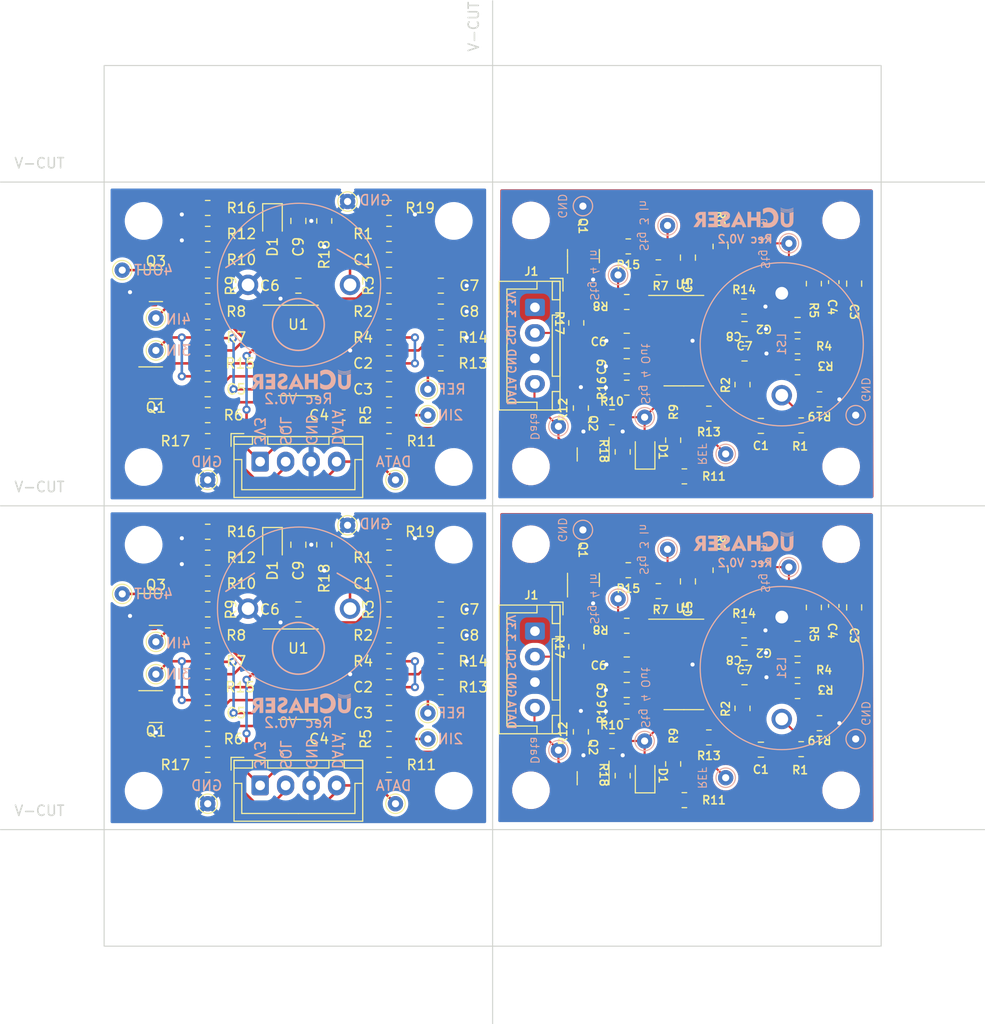
<source format=kicad_pcb>
(kicad_pcb (version 20221018) (generator pcbnew)
  (layers (0 "F.Cu" signal) (31 "B.Cu" signal) (34 "B.Paste" user) (35 "F.Paste" user) (36 "B.SilkS" user "B.Silkscreen") (37 "F.SilkS" user "F.Silkscreen") (38 "B.Mask" user) (39 "F.Mask" user) (44 "Edge.Cuts" user))
  (net 0 "")
  (net 1 "Net-(C1-Pad1)")
  (net 2 "Net-(U1D--)")
  (net 3 "Net-(C2-Pad1)")
  (net 4 "Net-(U1C--)")
  (net 5 "Net-(C3-Pad2)")
  (net 6 "Net-(C5-Pad1)")
  (net 7 "Net-(U1B--)")
  (net 8 "GND")
  (net 9 "+3.3V")
  (net 10 "Net-(U1B-+)")
  (net 11 "Net-(Q1-C)")
  (net 12 "Net-(D1-K)")
  (net 13 "Net-(D1-A)")
  (net 14 "/SQUELCH")
  (net 15 "/DATA")
  (net 16 "Net-(LS1-Pad1)")
  (net 17 "Net-(Q1-B)")
  (net 18 "Net-(Q3-B)")
  (net 19 "Net-(R2-Pad2)")
  (net 20 "Net-(R7-Pad2)")
  (net 21 "Net-(U1A-+)")
  (footprint "Resistor_SMD:R_0805_2012Metric" (layer "F.Cu") (at 90.625 48.59 180)
    (fp_text reference "R8")
    (fp_text value "4.3K")
  )
  (footprint "Capacitor_SMD:C_0805_2012Metric" (layer "F.Cu") (at 67.31 76.2 180)
    (fp_text reference "C1")
    (fp_text value "10nF")
  )
  (footprint "Resistor_SMD:R_0805_2012Metric" (layer "F.Cu") (at 101.975 56.69 90)
    (fp_text reference "R2")
    (fp_text value "75K")
  )
  (footprint "Capacitor_SMD:C_0805_2012Metric" (layer "F.Cu") (at 112.925 78.54 90)
    (fp_text reference "C3")
    (fp_text value "1nF")
  )
  (footprint "Package_TO_SOT_SMD:SOT-23" (layer "F.Cu") (at 44.45 78.74)
    (fp_text reference "Q3")
    (fp_text value "MMBT3904")
  )
  (footprint "Resistor_SMD:R_0805_2012Metric" (layer "F.Cu") (at 102.125 80.79)
    (fp_text reference "R14")
    (fp_text value "10K")
  )
  (footprint "Capacitor_SMD:C_0603_1608Metric" (layer "F.Cu") (at 110.925 78.39 90)
    (fp_text reference "C4")
    (fp_text value "68pF")
  )
  (footprint "Resistor_SMD:R_0805_2012Metric" (layer "F.Cu") (at 90.625 80.34 180)
    (fp_text reference "R8")
    (fp_text value "4.3K")
  )
  (footprint "MountingHole:MountingHole_3.2mm_M3" (layer "F.Cu") (at 111.645 72.34)
    (fp_text reference "H2" hide)
    (fp_text value "MountingHole")
  )
  (footprint "Resistor_SMD:R_0805_2012Metric" (layer "F.Cu") (at 85.675 50.64 90)
    (fp_text reference "R17")
    (fp_text value "10K")
  )
  (footprint "Resistor_SMD:R_0805_2012Metric" (layer "F.Cu") (at 99.825 43.14 90)
    (fp_text reference "R6")
    (fp_text value "10K")
  )
  (footprint "MountingHole:MountingHole_3.2mm_M3" (layer "F.Cu") (at 111.645 64.72)
    (fp_text reference "H4" hide)
    (fp_text value "MountingHole")
  )
  (footprint "TestPoint:TestPoint_THTPad_D1.5mm_Drill0.7mm" (layer "F.Cu") (at 44.45 85.09)
    (fp_text reference "TP5" hide)
    (fp_text value "TestPoint")
  )
  (footprint "Resistor_SMD:R_0805_2012Metric" (layer "F.Cu") (at 72.39 54.61)
    (fp_text reference "R13")
    (fp_text value "10K")
  )
  (footprint "TestPoint:TestPoint_THTPad_D1.5mm_Drill0.7mm" (layer "F.Cu") (at 63.246 38.735)
    (fp_text reference "TP2" hide)
    (fp_text value "TestPoint")
  )
  (footprint "Resistor_SMD:R_0805_2012Metric" (layer "F.Cu") (at 101.975 88.44 90)
    (fp_text reference "R2")
    (fp_text value "75K")
  )
  (footprint "TestPoint:TestPoint_THTPad_D1.5mm_Drill0.7mm" (layer "F.Cu") (at 44.45 81.915)
    (fp_text reference "TP6" hide)
    (fp_text value "TestPoint")
  )
  (footprint "Resistor_SMD:R_0805_2012Metric" (layer "F.Cu") (at 86.125 58.99 -90)
    (fp_text reference "R12")
    (fp_text value "3.9K")
  )
  (footprint "Resistor_SMD:R_0805_2012Metric" (layer "F.Cu") (at 72.39 52.07)
    (fp_text reference "R14")
    (fp_text value "10K")
  )
  (footprint "MountingHole:MountingHole_3.2mm_M3" (layer "F.Cu") (at 81.23 40.59)
    (fp_text reference "H1" hide)
    (fp_text value "MountingHole")
  )
  (footprint "MountingHole:MountingHole_3.2mm_M3" (layer "F.Cu") (at 73.66 72.39)
    (fp_text reference "H2" hide)
    (fp_text value "MountingHole")
  )
  (footprint "TestPoint:TestPoint_THTPad_D1.5mm_Drill0.7mm" (layer "F.Cu") (at 71.12 59.69)
    (fp_text reference "TP3" hide)
    (fp_text value "TestPoint")
  )
  (footprint "Capacitor_SMD:C_0805_2012Metric" (layer "F.Cu") (at 58.42 46.99)
    (fp_text reference "C6")
    (fp_text value "1uF")
  )
  (footprint "Resistor_SMD:R_0805_2012Metric" (layer "F.Cu") (at 98.675 91.29)
    (fp_text reference "R13")
    (fp_text value "10K")
  )
  (footprint "MountingHole:MountingHole_3.2mm_M3" (layer "F.Cu") (at 81.23 72.34)
    (fp_text reference "H1" hide)
    (fp_text value "MountingHole")
  )
  (footprint "Capacitor_SMD:C_0805_2012Metric" (layer "F.Cu") (at 107.375 50.84 180)
    (fp_text reference "C2")
    (fp_text value "1nF")
  )
  (footprint "MountingHole:MountingHole_3.2mm_M3" (layer "F.Cu") (at 111.645 40.59)
    (fp_text reference "H2" hide)
    (fp_text value "MountingHole")
  )
  (footprint "Capacitor_SMD:C_0805_2012Metric" (layer "F.Cu") (at 102.175 51.24 180)
    (fp_text reference "C7")
    (fp_text value "1nF")
  )
  (footprint "Resistor_SMD:R_0805_2012Metric" (layer "F.Cu") (at 49.53 91.44 180)
    (fp_text reference "R6")
    (fp_text value "10K")
  )
  (footprint "Package_TO_SOT_SMD:SOT-23" (layer "F.Cu") (at 87.325 63.54 -90)
    (fp_text reference "Q2")
    (fp_text value "MMBT3904")
  )
  (footprint "Resistor_SMD:R_0805_2012Metric" (layer "F.Cu") (at 67.31 46.99)
    (fp_text reference "R3")
    (fp_text value "6.8K")
  )
  (footprint "MountingHole:MountingHole_3.2mm_M3" (layer "F.Cu") (at 81.23 64.72)
    (fp_text reference "H3" hide)
    (fp_text value "MountingHole")
  )
  (footprint "Capacitor_SMD:C_0805_2012Metric" (layer "F.Cu") (at 67.31 88.9 180)
    (fp_text reference "C3")
    (fp_text value "1nF")
  )
  (footprint "Resistor_SMD:R_0805_2012Metric" (layer "F.Cu") (at 67.31 71.12 180)
    (fp_text reference "R19")
    (fp_text value "DO NOT POPULATE")
  )
  (footprint "Package_TO_SOT_SMD:SOT-23" (layer "F.Cu") (at 86.375 44.09 90)
    (fp_text reference "Q1")
    (fp_text value "MMBT3904")
  )
  (footprint "Resistor_SMD:R_0805_2012Metric" (layer "F.Cu") (at 49.53 59.69 180)
    (fp_text reference "R6")
    (fp_text value "10K")
  )
  (footprint "Resistor_SMD:R_0805_2012Metric" (layer "F.Cu") (at 49.53 71.12 180)
    (fp_text reference "R16")
    (fp_text value "2M")
  )
  (footprint "Capacitor_SMD:C_0805_2012Metric" (layer "F.Cu") (at 90.625 54.89)
    (fp_text reference "C9")
    (fp_text value "1nF")
  )
  (footprint "MountingHole:MountingHole_3.2mm_M3" (layer "F.Cu") (at 73.66 64.77)
    (fp_text reference "H4" hide)
    (fp_text value "MountingHole")
  )
  (footprint "Resistor_SMD:R_0805_2012Metric" (layer "F.Cu") (at 67.31 49.53)
    (fp_text reference "R2")
    (fp_text value "75K")
  )
  (footprint "Resistor_SMD:R_0805_2012Metric" (layer "F.Cu") (at 90.225 95.04 -90)
    (fp_text reference "R18")
    (fp_text value "100")
  )
  (footprint "Resistor_SMD:R_0805_2012Metric" (layer "F.Cu") (at 89.175 91.64 180)
    (fp_text reference "R10")
    (fp_text value "10K")
  )
  (footprint "Resistor_SMD:R_0805_2012Metric" (layer "F.Cu") (at 95.175 93.89 -90)
    (fp_text reference "R9")
    (fp_text value "120K")
  )
  (footprint "Capacitor_SMD:C_0805_2012Metric" (layer "F.Cu") (at 58.42 78.74)
    (fp_text reference "C6")
    (fp_text value "1uF")
  )
  (footprint "Capacitor_SMD:C_0805_2012Metric" (layer "F.Cu") (at 103.775 60.74 180)
    (fp_text reference "C1")
    (fp_text value "10nF")
  )
  (footprint "Capacitor_SMD:C_0805_2012Metric" (layer "F.Cu") (at 90.625 52.39)
    (fp_text reference "C6")
    (fp_text value "1uF")
  )
  (footprint "Resistor_SMD:R_0805_2012Metric" (layer "F.Cu") (at 89.175 59.89 180)
    (fp_text reference "R10")
    (fp_text value "10K")
  )
  (footprint "Capacitor_SMD:C_0805_2012Metric" (layer "F.Cu") (at 72.39 49.53 180)
    (fp_text reference "C8")
    (fp_text value "1uF")
  )
  (footprint "Resistor_SMD:R_0805_2012Metric" (layer "F.Cu") (at 67.31 62.23 180)
    (fp_text reference "R11")
    (fp_text value "1K")
  )
  (footprint "Connector_JST:JST_XH_B4B-XH-A_1x04_P2.50mm_Vertical" (layer "F.Cu") (at 54.67 64.245)
    (fp_text reference "J1" hide)
    (fp_text value "Conn_01x04_Socket")
  )
  (footprint "Package_SO:SOIC-14_3.9x8.7mm_P1.27mm" (layer "F.Cu") (at 96.225 84.13)
    (fp_text reference "U1")
    (fp_text value "LM324")
  )
  (footprint "Resistor_SMD:R_0805_2012Metric" (layer "F.Cu") (at 49.53 62.23 180)
    (fp_text reference "R17")
    (fp_text value "10K")
  )
  (footprint "Capacitor_SMD:C_0603_1608Metric" (layer "F.Cu") (at 62.865 91.44 180)
    (fp_text reference "C4")
    (fp_text value "68pF")
  )
  (footprint "Resistor_SMD:R_0805_2012Metric" (layer "F.Cu") (at 60.96 72.39 90)
    (fp_text reference "R18")
    (fp_text value "100")
  )
  (footprint "MountingHole:MountingHole_3.2mm_M3" (layer "F.Cu") (at 43.245 72.39)
    (fp_text reference "H1" hide)
    (fp_text value "MountingHole")
  )
  (footprint "Capacitor_SMD:C_0805_2012Metric" (layer "F.Cu") (at 72.39 46.99 180)
    (fp_text reference "C7")
    (fp_text value "1nF")
  )
  (footprint "Resistor_SMD:R_0805_2012Metric" (layer "F.Cu") (at 49.53 83.82)
    (fp_text reference "R7")
    (fp_text value "75K")
  )
  (footprint "TestPoint:TestPoint_THTPad_D1.5mm_Drill0.7mm" (layer "F.Cu") (at 49.53 97.79)
    (fp_text reference "TP1" hide)
    (fp_text value "TestPoint")
  )
  (footprint "Resistor_SMD:R_0805_2012Metric" (layer "F.Cu") (at 49.53 52.07)
    (fp_text reference "R7")
    (fp_text value "75K")
  )
  (footprint "Resistor_SMD:R_0805_2012Metric" (layer "F.Cu") (at 67.31 93.98 180)
    (fp_text reference "R11")
    (fp_text value "1K")
  )
  (footprint "Capacitor_SMD:C_0805_2012Metric" (layer "F.Cu") (at 112.925 46.79 90)
    (fp_text reference "C3")
    (fp_text value "1nF")
  )
  (footprint "Capacitor_SMD:C_0805_2012Metric" (layer "F.Cu") (at 72.39 78.74 180)
    (fp_text reference "C7")
    (fp_text value "1nF")
  )
  (footprint "Resistor_SMD:R_0805_2012Metric" (layer "F.Cu") (at 109.525 58.14 180)
    (fp_text reference "R19")
    (fp_text value "DO NOT POPULATE")
  )
  (footprint "Resistor_SMD:R_0805_2012Metric" (layer "F.Cu") (at 72.39 86.36)
    (fp_text reference "R13")
    (fp_text value "10K")
  )
  (footprint "TestPoint:TestPoint_THTPad_D1.5mm_Drill0.7mm" (layer "F.Cu") (at 67.945 97.79)
    (fp_text reference "TP8" hide)
    (fp_text value "TestPoint")
  )
  (footprint "LED_SMD:LED_0805_2012Metric" (layer "F.Cu") (at 92.425 63.29 90)
    (fp_text reference "D1")
    (fp_text value "LED")
  )
  (footprint "Resistor_SMD:R_0805_2012Metric" (layer "F.Cu") (at 49.53 41.91)
    (fp_text reference "R12")
    (fp_text value "3.9K")
  )
  (footprint "Package_SO:SOIC-14_3.9x8.7mm_P1.27mm" (layer "F.Cu") (at 58.42 85.09)
    (fp_text reference "U1")
    (fp_text value "LM324")
  )
  (footprint "Resistor_SMD:R_0805_2012Metric" (layer "F.Cu") (at 107.725 92.44 180)
    (fp_text reference "R1")
    (fp_text value "10K")
  )
  (footprint "Resistor_SMD:R_0805_2012Metric" (layer "F.Cu") (at 108.975 78.54 90)
    (fp_text reference "R5")
    (fp_text value "75K")
  )
  (footprint "Resistor_SMD:R_0805_2012Metric" (layer "F.Cu") (at 49.53 46.99 180)
    (fp_text reference "R9")
    (fp_text value "120K")
  )
  (footprint "MountingHole:MountingHole_3.2mm_M3" (layer "F.Cu") (at 43.245 64.77)
    (fp_text reference "H3" hide)
    (fp_text value "MountingHole")
  )
  (footprint "Resistor_SMD:R_0805_2012Metric" (layer "F.Cu") (at 90.625 88.74 180)
    (fp_text reference "R16")
    (fp_text value "2M")
  )
  (footprint "Resistor_SMD:R_0805_2012Metric" (layer "F.Cu") (at 93.725 76.94 180)
    (fp_text reference "R7")
    (fp_text value "75K")
  )
  (footprint "Resistor_SMD:R_0805_2012Metric" (layer "F.Cu") (at 102.125 49.04)
    (fp_text reference "R14")
    (fp_text value "10K")
  )
  (footprint "LED_SMD:LED_0805_2012Metric" (layer "F.Cu") (at 55.88 72.39 -90)
    (fp_text reference "D1")
    (fp_text value "LED")
  )
  (footprint "TestPoint:TestPoint_THTPad_D1.5mm_Drill0.7mm" (layer "F.Cu") (at 71.12 91.44)
    (fp_text reference "TP3" hide)
    (fp_text value "TestPoint")
  )
  (footprint "Resistor_SMD:R_0805_2012Metric" (layer "F.Cu") (at 67.31 39.37 180)
    (fp_text reference "R19")
    (fp_text value "DO NOT POPULATE")
  )
  (footprint "TestPoint:TestPoint_THTPad_D1.5mm_Drill0.7mm" (layer "F.Cu") (at 41.148 77.216)
    (fp_text reference "TP7" hide)
    (fp_text value "TestPoint")
  )
  (footprint "TestPoint:TestPoint_THTPad_D1.5mm_Drill0.7mm" (layer "F.Cu") (at 44.45 53.34)
    (fp_text reference "TP5" hide)
    (fp_text value "TestPoint")
  )
  (footprint "Capacitor_SMD:C_0805_2012Metric" (layer "F.Cu") (at 58.42 72.39 -90)
    (fp_text reference "C9")
    (fp_text value "1nF")
  )
  (footprint "Resistor_SMD:R_0805_2012Metric" (layer "F.Cu") (at 49.53 93.98 180)
    (fp_text reference "R17")
    (fp_text value "10K")
  )
  (footprint "MountingHole:MountingHole_3.2mm_M3" (layer "F.Cu") (at 81.23 96.47)
    (fp_text reference "H3" hide)
    (fp_text value "MountingHole")
  )
  (footprint "Resistor_SMD:R_0805_2012Metric" (layer "F.Cu") (at 107.375 54.99)
    (fp_text reference "R3")
    (fp_text value "6.8K")
  )
  (footprint "Resistor_SMD:R_0805_2012Metric" (layer "F.Cu") (at 67.31 52.07)
    (fp_text reference "R4")
    (fp_text value "220")
  )
  (footprint "Package_TO_SOT_SMD:SOT-23" (layer "F.Cu") (at 86.375 75.84 90)
    (fp_text reference "Q1")
    (fp_text value "MMBT3904")
  )
  (footprint "Capacitor_SMD:C_0805_2012Metric" (layer "F.Cu") (at 102.175 85.39 180)
    (fp_text reference "C8")
    (fp_text value "1uF")
  )
  (footprint "Resistor_SMD:R_0805_2012Metric" (layer "F.Cu") (at 90.625 56.99 180)
    (fp_text reference "R16")
    (fp_text value "2M")
  )
  (footprint "Package_TO_SOT_SMD:SOT-23" (layer "F.Cu") (at 44.45 46.99)
    (fp_text reference "Q3")
    (fp_text value "MMBT3904")
  )
  (footprint "Resistor_SMD:R_0805_2012Metric" (layer "F.Cu") (at 67.31 91.44 180)
    (fp_text reference "R5")
    (fp_text value "75K")
  )
  (footprint "Resistor_SMD:R_0805_2012Metric" (layer "F.Cu") (at 60.96 40.64 90)
    (fp_text reference "R18")
    (fp_text value "100")
  )
  (footprint "Resistor_SMD:R_0805_2012Metric" (layer "F.Cu") (at 93.725 45.19 180)
    (fp_text reference "R7")
    (fp_text value "75K")
  )
  (footprint "Resistor_SMD:R_0805_2012Metric" (layer "F.Cu") (at 90.775 74.89)
    (fp_text reference "R15")
    (fp_text value "120K")
  )
  (footprint "Package_SO:SOIC-14_3.9x8.7mm_P1.27mm" (layer "F.Cu") (at 58.42 53.34)
    (fp_text reference "U1")
    (fp_text value "LM324")
  )
  (footprint "Package_TO_SOT_SMD:SOT-23" (layer "F.Cu") (at 44.45 88.265)
    (fp_text reference "Q1")
    (fp_text value "MMBT3904")
  )
  (footprint "Capacitor_SMD:C_0805_2012Metric" (layer "F.Cu") (at 67.31 54.61 180)
    (fp_text reference "C2")
    (fp_text value "1nF")
  )
  (footprint "Resistor_SMD:R_0805_2012Metric" (layer "F.Cu") (at 49.53 86.36)
    (fp_text reference "R15")
    (fp_text value "120K")
  )
  (footprint "Resistor_SMD:R_0805_2012Metric" (layer "F.Cu") (at 90.775 43.14)
    (fp_text reference "R15")
    (fp_text value "120K")
  )
  (footprint "Resistor_SMD:R_0805_2012Metric" (layer "F.Cu") (at 90.225 63.29 -90)
    (fp_text reference "R18")
    (fp_text value "100")
  )
  (footprint "Connector_JST:JST_XH_B4B-XH-A_1x04_P2.50mm_Vertical" (layer "F.Cu") (at 81.62 49.12 -90)
    (fp_text reference "J1")
    (fp_text value "Conn_01x04_Socket")
  )
  (footprint "Resistor_SMD:R_0805_2012Metric" (layer "F.Cu") (at 96.275 97.44)
    (fp_text reference "R11")
    (fp_text value "1K")
  )
  (footprint "Resistor_SMD:R_0805_2012Metric" (layer "F.Cu") (at 49.53 73.66)
    (fp_text reference "R12")
    (fp_text value "3.9K")
  )
  (footprint "Connector_JST:JST_XH_B4B-XH-A_1x04_P2.50mm_Vertical" (layer "F.Cu") (at 81.62 80.87 -90)
    (fp_text reference "J1")
    (fp_text value "Conn_01x04_Socket")
  )
  (footprint "Resistor_SMD:R_0805_2012Metric" (layer "F.Cu") (at 67.31 73.66)
    (fp_text reference "R1")
    (fp_text value "10K")
  )
  (footprint "LED_SMD:LED_0805_2012Metric" (layer "F.Cu") (at 55.88 40.64 -90)
    (fp_text reference "D1")
    (fp_text value "LED")
  )
  (footprint "Resistor_SMD:R_0805_2012Metric" (layer "F.Cu") (at 85.675 82.39 90)
    (fp_text reference "R17")
    (fp_text value "10K")
  )
  (footprint "Capacitor_SMD:C_0805_2012Metric" (layer "F.Cu") (at 107.375 82.59 180)
    (fp_text reference "C2")
    (fp_text value "1nF")
  )
  (footprint "Capacitor_SMD:C_0603_1608Metric" (layer "F.Cu") (at 110.925 46.64 90)
    (fp_text reference "C4")
    (fp_text value "68pF")
  )
  (footprint "Package_SO:SOIC-14_3.9x8.7mm_P1.27mm" (layer "F.Cu") (at 96.225 52.38)
    (fp_text reference "U1")
    (fp_text value "LM324")
  )
  (footprint "Resistor_SMD:R_0805_2012Metric" (layer "F.Cu") (at 86.125 90.74 -90)
    (fp_text reference "R12")
    (fp_text value "3.9K")
  )
  (footprint "Package_TO_SOT_SMD:SOT-23" (layer "F.Cu") (at 44.45 56.515)
    (fp_text reference "Q1")
    (fp_text value "MMBT3904")
  )
  (footprint "Capacitor_SMD:C_0805_2012Metric" (layer "F.Cu") (at 67.31 86.36 180)
    (fp_text reference "C2")
    (fp_text value "1nF")
  )
  (footprint "Resistor_SMD:R_0805_2012Metric" (layer "F.Cu") (at 49.53 44.45 180)
    (fp_text reference "R10")
    (fp_text value "10K")
  )
  (footprint "Resistor_SMD:R_0805_2012Metric" (layer "F.Cu") (at 107.375 84.69)
    (fp_text reference "R4")
    (fp_text value "220")
  )
  (footprint "Capacitor_SMD:C_0805_2012Metric" (layer "F.Cu") (at 96.625 44.24 -90)
    (fp_text reference "C5")
    (fp_text value "10nF")
  )
  (footprint "TestPoint:TestPoint_THTPad_D1.5mm_Drill0.7mm" (layer "F.Cu") (at 41.148 45.466)
    (fp_text reference "TP7" hide)
    (fp_text value "TestPoint")
  )
  (footprint "Resistor_SMD:R_0805_2012Metric" (layer "F.Cu") (at 67.31 59.69 180)
    (fp_text reference "R5")
    (fp_text value "75K")
  )
  (footprint "TestPoint:TestPoint_THTPad_D1.5mm_Drill0.7mm" (layer "F.Cu") (at 49.53 66.04)
    (fp_text reference "TP1" hide)
    (fp_text value "TestPoint")
  )
  (footprint "MountingHole:MountingHole_3.2mm_M3" (layer "F.Cu") (at 43.245 96.52)
    (fp_text reference "H3" hide)
    (fp_text value "MountingHole")
  )
  (footprint "Resistor_SMD:R_0805_2012Metric" (layer "F.Cu") (at 67.31 83.82)
    (fp_text reference "R4")
    (fp_text value "220")
  )
  (footprint "Capacitor_SMD:C_0805_2012Metric" (layer "F.Cu") (at 67.31 44.45 180)
    (fp_text reference "C1")
    (fp_text value "10nF")
  )
  (footprint "Resistor_SMD:R_0805_2012Metric" (layer "F.Cu") (at 109.525 89.89 180)
    (fp_text reference "R19")
    (fp_text value "DO NOT POPULATE")
  )
  (footprint "MountingHole:MountingHole_3.2mm_M3" (layer "F.Cu") (at 73.66 40.64)
    (fp_text reference "H2" hide)
    (fp_text value "MountingHole")
  )
  (footprint "Capacitor_SMD:C_0805_2012Metric" (layer "F.Cu") (at 49.53 57.15)
    (fp_text reference "C5")
    (fp_text value "10nF")
  )
  (footprint "Resistor_SMD:R_0805_2012Metric" (layer "F.Cu") (at 72.39 83.82)
    (fp_text reference "R14")
    (fp_text value "10K")
  )
  (footprint "Resistor_SMD:R_0805_2012Metric" (layer "F.Cu") (at 49.53 49.53)
    (fp_text reference "R8")
    (fp_text value "4.3K")
  )
  (footprint "TestPoint:TestPoint_THTPad_D1.5mm_Drill0.7mm" (layer "F.Cu") (at 71.12 88.9)
    (fp_text reference "TP4" hide)
    (fp_text value "TestPoint")
  )
  (footprint "Resistor_SMD:R_0805_2012Metric" (layer "F.Cu") (at 107.375 86.74)
    (fp_text reference "R3")
    (fp_text value "6.8K")
  )
  (footprint "Capacitor_SMD:C_0805_2012Metric" (layer "F.Cu") (at 102.175 53.64 180)
    (fp_text reference "C8")
    (fp_text value "1uF")
  )
  (footprint "Resistor_SMD:R_0805_2012Metric" (layer "F.Cu") (at 107.725 60.69 180)
    (fp_text reference "R1")
    (fp_text value "10K")
  )
  (footprint "MountingHole:MountingHole_3.2mm_M3" (layer "F.Cu") (at 111.645 96.47)
    (fp_text reference "H4" hide)
    (fp_text value "MountingHole")
  )
  (footprint "Package_TO_SOT_SMD:SOT-23" (layer "F.Cu") (at 87.325 95.29 -90)
    (fp_text reference "Q2")
    (fp_text value "MMBT3904")
  )
  (footprint "Resistor_SMD:R_0805_2012Metric" (layer "F.Cu") (at 49.53 78.74 180)
    (fp_text reference "R9")
    (fp_text value "120K")
  )
  (footprint "Capacitor_SMD:C_0805_2012Metric" (layer "F.Cu") (at 90.625 86.64)
    (fp_text reference "C9")
    (fp_text value "1nF")
  )
  (footprint "Resistor_SMD:R_0805_2012Metric" (layer "F.Cu") (at 108.975 46.79 90)
    (fp_text reference "R5")
    (fp_text value "75K")
  )
  (footprint "Capacitor_SMD:C_0805_2012Metric" (layer "F.Cu") (at 72.39 81.28 180)
    (fp_text reference "C8")
    (fp_text value "1uF")
  )
  (footprint "LED_SMD:LED_0805_2012Metric" (layer "F.Cu") (at 92.425 95.04 90)
    (fp_text reference "D1")
    (fp_text value "LED")
  )
  (footprint "Capacitor_SMD:C_0805_2012Metric" (layer "F.Cu") (at 102.175 82.99 180)
    (fp_text reference "C7")
    (fp_text value "1nF")
  )
  (footprint "Resistor_SMD:R_0805_2012Metric" (layer "F.Cu") (at 96.275 65.69)
    (fp_text reference "R11")
    (fp_text value "1K")
  )
  (footprint "Resistor_SMD:R_0805_2012Metric" (layer "F.Cu") (at 67.31 81.28)
    (fp_text reference "R2")
    (fp_text value "75K")
  )
  (footprint "Resistor_SMD:R_0805_2012Metric" (layer "F.Cu") (at 67.31 41.91)
    (fp_text reference "R1")
    (fp_text value "10K")
  )
  (footprint "Capacitor_SMD:C_0805_2012Metric" (layer "F.Cu") (at 58.42 40.64 -90)
    (fp_text reference "C9")
    (fp_text value "1nF")
  )
  (footprint "Resistor_SMD:R_0805_2012Metric" (layer "F.Cu") (at 49.53 54.61)
    (fp_text reference "R15")
    (fp_text value "120K")
  )
  (footprint "TestPoint:TestPoint_THTPad_D1.5mm_Drill0.7mm" (layer "F.Cu") (at 71.12 57.15)
    (fp_text reference "TP4" hide)
    (fp_text value "TestPoint")
  )
  (footprint "Resistor_SMD:R_0805_2012Metric" (layer "F.Cu") (at 67.31 78.74)
    (fp_text reference "R3")
    (fp_text value "6.8K")
  )
  (footprint "Resistor_SMD:R_0805_2012Metric" (layer "F.Cu") (at 107.375 52.94)
    (fp_text reference "R4")
    (fp_text value "220")
  )
  (footprint "Capacitor_SMD:C_0805_2012Metric" (layer "F.Cu") (at 96.625 75.99 -90)
    (fp_text reference "C5")
    (fp_text value "10nF")
  )
  (footprint "Resistor_SMD:R_0805_2012Metric" (layer "F.Cu") (at 98.675 59.54)
    (fp_text reference "R13")
    (fp_text value "10K")
  )
  (footprint "Capacitor_SMD:C_0805_2012Metric" (layer "F.Cu") (at 103.775 92.49 180)
    (fp_text reference "C1")
    (fp_text value "10nF")
  )
  (footprint "Resistor_SMD:R_0805_2012Metric" (layer "F.Cu") (at 49.53 76.2 180)
    (fp_text reference "R10")
    (fp_text value "10K")
  )
  (footprint "Resistor_SMD:R_0805_2012Metric" (layer "F.Cu") (at 99.825 74.89 90)
    (fp_text reference "R6")
    (fp_text value "10K")
  )
  (footprint "Connector_JST:JST_XH_B4B-XH-A_1x04_P2.50mm_Vertical" (layer "F.Cu") (at 54.67 95.995)
    (fp_text reference "J1" hide)
    (fp_text value "Conn_01x04_Socket")
  )
  (footprint "Capacitor_SMD:C_0805_2012Metric" (layer "F.Cu") (at 67.31 57.15 180)
    (fp_text reference "C3")
    (fp_text value "1nF")
  )
  (footprint "TestPoint:TestPoint_THTPad_D1.5mm_Drill0.7mm" (layer "F.Cu") (at 44.45 50.165)
    (fp_text reference "TP6" hide)
    (fp_text value "TestPoint")
  )
  (footprint "TestPoint:TestPoint_THTPad_D1.5mm_Drill0.7mm" (layer "F.Cu") (at 63.246 70.485)
    (fp_text reference "TP2" hide)
    (fp_text value "TestPoint")
  )
  (footprint "Capacitor_SMD:C_0603_1608Metric" (layer "F.Cu") (at 62.865 59.69 180)
    (fp_text reference "C4")
    (fp_text value "68pF")
  )
  (footprint "TestPoint:TestPoint_THTPad_D1.5mm_Drill0.7mm" (layer "F.Cu") (at 67.945 66.04)
    (fp_text reference "TP8" hide)
    (fp_text value "TestPoint")
  )
  (footprint "Resistor_SMD:R_0805_2012Metric" (layer "F.Cu") (at 95.175 62.14 -90)
    (fp_text reference "R9")
    (fp_text value "120K")
  )
  (footprint "MountingHole:MountingHole_3.2mm_M3" (layer "F.Cu") (at 73.66 96.52)
    (fp_text reference "H4" hide)
    (fp_text value "MountingHole")
  )
  (footprint "Capacitor_SMD:C_0805_2012Metric" (layer "F.Cu") (at 49.53 88.9)
    (fp_text reference "C5")
    (fp_text value "10nF")
  )
  (footprint "MountingHole:MountingHole_3.2mm_M3" (layer "F.Cu") (at 43.245 40.64)
    (fp_text reference "H1" hide)
    (fp_text value "MountingHole")
  )
  (footprint "Capacitor_SMD:C_0805_2012Metric" (layer "F.Cu") (at 90.625 84.14)
    (fp_text reference "C6")
    (fp_text value "1uF")
  )
  (footprint "Resistor_SMD:R_0805_2012Metric" (layer "F.Cu") (at 49.53 81.28)
    (fp_text reference "R8")
    (fp_text value "4.3K")
  )
  (footprint "Resistor_SMD:R_0805_2012Metric" (layer "F.Cu") (at 49.53 39.37 180)
    (fp_text reference "R16")
    (fp_text value "2M")
  )
  (footprint "uFinder:TestPoint_THTPad_D1.5mm_Drill0.7mm" (layer "B.Cu") (at 83.925 92.54 90)
    (fp_text reference "TP8" hide)
    (fp_text value "TestPoint")
  )
  (footprint "uFinder:TestPoint_THTPad_D1.5mm_Drill0.7mm" (layer "B.Cu") (at 94.625 72.84 90)
    (fp_text reference "TP5" hide)
    (fp_text value "TestPoint")
  )
  (footprint "uFinder:ULTRASONIC_16MM" (layer "B.Cu") (at 58.485 78.66 90)
    (fp_text reference "LS1" hide)
    (fp_text value "Speaker_Ultrasound")
  )
  (footprint "uFinder:logo" (layer "B.Cu") (at 101.825 40.24 180)
    (fp_text reference "Logo1" hide)
    (fp_text value "~" hide)
  )
  (footprint "uFinder:TestPoint_THTPad_D1.5mm_Drill0.7mm" (layer "B.Cu") (at 92.375 91.64 90)
    (fp_text reference "TP7" hide)
    (fp_text value "TestPoint")
  )
  (footprint "uFinder:TestPoint_THTPad_D1.5mm_Drill0.7mm" (layer "B.Cu") (at 106.525 42.84 90)
    (fp_text reference "TP3" hide)
    (fp_text value "TestPoint")
  )
  (footprint "uFinder:logo" (layer "B.Cu") (at 101.825 71.99 180)
    (fp_text reference "Logo1" hide)
    (fp_text value "~" hide)
  )
  (footprint "uFinder:TestPoint_THTPad_D1.5mm_Drill0.7mm" (layer "B.Cu") (at 106.525 74.59 90)
    (fp_text reference "TP3" hide)
    (fp_text value "TestPoint")
  )
  (footprint "uFinder:logo" (layer "B.Cu") (at 58.42 87.884 180)
    (fp_text reference "Logo1" hide)
    (fp_text value "~" hide)
  )
  (footprint "uFinder:logo" (layer "B.Cu") (at 58.42 56.134 180)
    (fp_text reference "Logo1" hide)
    (fp_text value "~" hide)
  )
  (footprint "uFinder:TestPoint_THTPad_D1.5mm_Drill0.7mm" (layer "B.Cu") (at 113.075 59.69 90)
    (fp_text reference "TP1" hide)
    (fp_text value "TestPoint")
  )
  (footprint "uFinder:ULTRASONIC_16MM" (layer "B.Cu") (at 58.485 46.91 90)
    (fp_text reference "LS1" hide)
    (fp_text value "Speaker_Ultrasound")
  )
  (footprint "uFinder:TestPoint_THTPad_D1.5mm_Drill0.7mm" (layer "B.Cu") (at 100.325 95.24 90)
    (fp_text reference "TP4" hide)
    (fp_text value "TestPoint")
  )
  (footprint "uFinder:TestPoint_THTPad_D1.5mm_Drill0.7mm" (layer "B.Cu") (at 86.325 39.19 90)
    (fp_text reference "TP2" hide)
    (fp_text value "TestPoint")
  )
  (footprint "uFinder:TestPoint_THTPad_D1.5mm_Drill0.7mm" (layer "B.Cu") (at 89.775 45.94 90)
    (fp_text reference "TP6" hide)
    (fp_text value "TestPoint")
  )
  (footprint "uFinder:TestPoint_THTPad_D1.5mm_Drill0.7mm" (layer "B.Cu") (at 113.075 91.44 90)
    (fp_text reference "TP1" hide)
    (fp_text value "TestPoint")
  )
  (footprint "uFinder:ULTRASONIC_16MM" (layer "B.Cu") (at 105.825 52.735)
    (fp_text reference "LS1")
    (fp_text value "Speaker_Ultrasound")
  )
  (footprint "uFinder:TestPoint_THTPad_D1.5mm_Drill0.7mm" (layer "B.Cu") (at 86.325 70.94 90)
    (fp_text reference "TP2" hide)
    (fp_text value "TestPoint")
  )
  (footprint "uFinder:TestPoint_THTPad_D1.5mm_Drill0.7mm" (layer "B.Cu") (at 92.375 59.89 90)
    (fp_text reference "TP7" hide)
    (fp_text value "TestPoint")
  )
  (footprint "uFinder:TestPoint_THTPad_D1.5mm_Drill0.7mm" (layer "B.Cu") (at 83.925 60.79 90)
    (fp_text reference "TP8" hide)
    (fp_text value "TestPoint")
  )
  (footprint "uFinder:TestPoint_THTPad_D1.5mm_Drill0.7mm" (layer "B.Cu") (at 94.625 41.09 90)
    (fp_text reference "TP5" hide)
    (fp_text value "TestPoint")
  )
  (footprint "uFinder:TestPoint_THTPad_D1.5mm_Drill0.7mm" (layer "B.Cu") (at 100.325 63.49 90)
    (fp_text reference "TP4" hide)
    (fp_text value "TestPoint")
  )
  (footprint "uFinder:TestPoint_THTPad_D1.5mm_Drill0.7mm" (layer "B.Cu") (at 89.775 77.69 90)
    (fp_text reference "TP6" hide)
    (fp_text value "TestPoint")
  )
  (footprint "uFinder:ULTRASONIC_16MM" (layer "B.Cu") (at 105.825 84.485)
    (fp_text reference "LS1")
    (fp_text value "Speaker_Ultrasound")
  )
  (gr_circle (center 58.42 50.8) (end 60.96 50.8) (stroke (width 0.15)) (fill none) (layer "B.SilkS"))
  (gr_line (start 51.308 76.962) (end 54.102 75.184) (stroke (width 0.15)) (layer "B.SilkS"))
  (gr_line (start 65.278 45.212) (end 62.23 43.434) (stroke (width 0.15)) (layer "B.SilkS"))
  (gr_line (start 51.308 45.212) (end 54.102 43.434) (stroke (width 0.15)) (layer "B.SilkS"))
  (gr_line (start 65.278 76.962) (end 62.23 75.184) (stroke (width 0.15)) (layer "B.SilkS"))
  (gr_circle (center 58.42 82.55) (end 60.96 82.55) (stroke (width 0.15)) (fill none) (layer "B.SilkS"))
  (gr_line (start 77.47 19.05) (end 77.47 119.38) (stroke (width 0.1)) (layer "Edge.Cuts"))
  (gr_rect (start 39.37 25.4) (end 115.57 111.76) (stroke (width 0.1)) (fill none) (layer "Edge.Cuts"))
  (gr_line (start 29.21 36.83) (end 125.73 36.83) (stroke (width 0.1)) (layer "Edge.Cuts"))
  (gr_line (start 29.21 68.58) (end 125.73 68.58) (stroke (width 0.1)) (layer "Edge.Cuts"))
  (gr_line (start 29.21 100.33) (end 125.73 100.33) (stroke (width 0.1)) (layer "Edge.Cuts"))
  (gr_text "3V3" (at 54.61 94.488 270) (layer "B.SilkS") (effects (font (size 1 1)) (justify left mirror)))
  (gr_text "DATA" (at 62.23 62.738 270) (layer "B.SilkS") (effects (font (size 1 1)) (justify left mirror)))
  (gr_text "Rec V0.2" (at 58.42 58.674) (layer "B.SilkS") (effects (font (size 1 1)) (justify bottom mirror)))
  (gr_text "3.3V" (at 79.725 80.59 -90) (layer "B.SilkS") (effects (font (size 0.8 0.8) (thickness 0.15) bold) (justify top mirror)))
  (gr_text "Rec V0.2" (at 102.225 74.64) (layer "B.SilkS") (effects (font (size 0.8 0.8)) (justify bottom mirror)))
  (gr_text "GND" (at 79.775 54.39 -90) (layer "B.SilkS") (effects (font (size 0.8 0.8) (thickness 0.15) bold) (justify top mirror)))
  (gr_text "GND" (at 67.564 70.358) (layer "B.SilkS") (effects (font (size 1 1)) (justify left mirror)))
  (gr_text "SQL" (at 57.15 94.488 270) (layer "B.SilkS") (effects (font (size 1 1)) (justify left mirror)))
  (gr_text "3IN" (at 48.006 85.09) (layer "B.SilkS") (effects (font (size 1 1)) (justify left mirror)))
  (gr_text "4OUT" (at 46.228 45.466) (layer "B.SilkS") (effects (font (size 1 1)) (justify left mirror)))
  (gr_text "REF" (at 74.93 88.9) (layer "B.SilkS") (effects (font (size 1 1)) (justify left mirror)))
  (gr_text "GND" (at 67.564 38.608) (layer "B.SilkS") (effects (font (size 1 1)) (justify left mirror)))
  (gr_text "GND" (at 79.775 86.14 -90) (layer "B.SilkS") (effects (font (size 0.8 0.8) (thickness 0.15) bold) (justify top mirror)))
  (gr_text "DATA" (at 79.775 57.34 -90) (layer "B.SilkS") (effects (font (size 0.8 0.8) (thickness 0.15) bold) (justify top mirror)))
  (gr_text "4IN" (at 48.006 82.042) (layer "B.SilkS") (effects (font (size 1 1)) (justify left mirror)))
  (gr_text "SQL\n" (at 79.725 83.44 -90) (layer "B.SilkS") (effects (font (size 0.8 0.8) (thickness 0.15) bold) (justify top mirror)))
  (gr_text "REF" (at 74.93 57.15) (layer "B.SilkS") (effects (font (size 1 1)) (justify left mirror)))
  (gr_text "Rec V0.2" (at 58.42 90.424) (layer "B.SilkS") (effects (font (size 1 1)) (justify bottom mirror)))
  (gr_text "SQL\n" (at 79.725 51.69 -90) (layer "B.SilkS") (effects (font (size 0.8 0.8) (thickness 0.15) bold) (justify top mirror)))
  (gr_text "3IN" (at 48.006 53.34) (layer "B.SilkS") (effects (font (size 1 1)) (justify left mirror)))
  (gr_text "GND" (at 59.69 62.738 270) (layer "B.SilkS") (effects (font (size 1 1)) (justify left mirror)))
  (gr_text "4IN" (at 48.006 50.292) (layer "B.SilkS") (effects (font (size 1 1)) (justify left mirror)))
  (gr_text "GND" (at 59.69 94.488 270) (layer "B.SilkS") (effects (font (size 1 1)) (justify left mirror)))
  (gr_text "3V3" (at 54.61 62.738 270) (layer "B.SilkS") (effects (font (size 1 1)) (justify left mirror)))
  (gr_text "DATA" (at 69.596 96.012) (layer "B.SilkS") (effects (font (size 1 1)) (justify left mirror)))
  (gr_text "GND" (at 51.054 96.012) (layer "B.SilkS") (effects (font (size 1 1)) (justify left mirror)))
  (gr_text "2IN" (at 74.676 59.69) (layer "B.SilkS") (effects (font (size 1 1)) (justify left mirror)))
  (gr_text "GND" (at 51.054 64.262) (layer "B.SilkS") (effects (font (size 1 1)) (justify left mirror)))
  (gr_text "3.3V" (at 79.725 48.84 -90) (layer "B.SilkS") (effects (font (size 0.8 0.8) (thickness 0.15) bold) (justify top mirror)))
  (gr_text "2IN" (at 74.676 91.44) (layer "B.SilkS") (effects (font (size 1 1)) (justify left mirror)))
  (gr_text "DATA" (at 79.775 89.09 -90) (layer "B.SilkS") (effects (font (size 0.8 0.8) (thickness 0.15) bold) (justify top mirror)))
  (gr_text "DATA" (at 69.596 64.262) (layer "B.SilkS") (effects (font (size 1 1)) (justify left mirror)))
  (gr_text "Rec V0.2" (at 102.225 42.89) (layer "B.SilkS") (effects (font (size 0.8 0.8)) (justify bottom mirror)))
  (gr_text "DATA" (at 62.23 94.488 270) (layer "B.SilkS") (effects (font (size 1 1)) (justify left mirror)))
  (gr_text "4OUT" (at 46.228 77.216) (layer "B.SilkS") (effects (font (size 1 1)) (justify left mirror)))
  (gr_text "SQL" (at 57.15 62.738 270) (layer "B.SilkS") (effects (font (size 1 1)) (justify left mirror)))
  (gr_text "V-CUT" (at 76.2 24.13 90) (layer "Edge.Cuts") (effects (font (size 1 1)) (justify left bottom)))
  (gr_text "V-CUT" (at 30.48 67.31) (layer "Edge.Cuts") (effects (font (size 1 1)) (justify left bottom)))
  (gr_text "V-CUT" (at 30.48 99.06) (layer "Edge.Cuts") (effects (font (size 1 1)) (justify left bottom)))
  (gr_text "V-CUT" (at 30.48 35.56) (layer "Edge.Cuts") (effects (font (size 1 1)) (justify left bottom)))
  (segment (start 88.2625 94.34) (end 88.275 94.3525) (width 0.2032) (layer "F.Cu") (net 0))
  (segment (start 94.625 41.09) (end 94.625 45.1775) (width 0.2032) (layer "F.Cu") (net 0))
  (segment (start 88.2625 59.89) (end 88.2625 62.59) (width 0.2032) (layer "F.Cu") (net 0))
  (segment (start 86.1375 91.64) (end 86.125 91.6525) (width 0.2032) (layer "F.Cu") (net 0))
  (segment (start 95.575 49.84) (end 93.75 49.84) (width 0.2032) (layer "F.Cu") (net 0))
  (segment (start 86.1375 59.89) (end 86.125 59.9025) (width 0.2032) (layer "F.Cu") (net 0))
  (segment (start 88.2625 91.64) (end 86.1375 91.64) (width 0.2032) (layer "F.Cu") (net 0))
  (segment (start 94.625 72.84) (end 94.625 76.9275) (width 0.2032) (layer "F.Cu") (net 0))
  (segment (start 96.625 80.54) (end 95.575 81.59) (width 0.2032) (layer "F.Cu") (net 0))
  (segment (start 94.6375 76.94) (end 96.625 76.94) (width 0.2032) (layer "F.Cu") (net 0))
  (segment (start 96.625 76.94) (end 96.625 80.54) (width 0.2032) (layer "F.Cu") (net 0))
  (segment (start 94.6375 45.19) (end 96.625 45.19) (width 0.2032) (layer "F.Cu") (net 0))
  (segment (start 88.2625 59.89) (end 86.1375 59.89) (width 0.2032) (layer "F.Cu") (net 0))
  (segment (start 88.2625 62.59) (end 88.275 62.6025) (width 0.2032) (layer "F.Cu") (net 0))
  (segment (start 95.575 81.59) (end 93.75 81.59) (width 0.2032) (layer "F.Cu") (net 0))
  (segment (start 94.625 45.1775) (end 94.6375 45.19) (width 0.2032) (layer "F.Cu") (net 0))
  (segment (start 88.2625 91.64) (end 88.2625 94.34) (width 0.2032) (layer "F.Cu") (net 0))
  (segment (start 94.625 76.9275) (end 94.6375 76.94) (width 0.2032) (layer "F.Cu") (net 0))
  (segment (start 96.625 48.79) (end 95.575 49.84) (width 0.2032) (layer "F.Cu") (net 0))
  (segment (start 96.625 45.19) (end 96.625 48.79) (width 0.2032) (layer "F.Cu") (net 0))
  (segment (start 68.26 76.2) (end 68.26 73.6975) (width 0.25) (layer "F.Cu") (net 1))
  (segment (start 106.8125 60.69) (end 104.775 60.69) (width 0.2032) (layer "F.Cu") (net 1))
  (segment (start 104.775 60.69) (end 104.725 60.74) (width 0.2032) (layer "F.Cu") (net 1))
  (segment (start 68.26 73.6975) (end 68.2225 73.66) (width 0.25) (layer "F.Cu") (net 1))
  (segment (start 106.8125 92.44) (end 104.775 92.44) (width 0.2032) (layer "F.Cu") (net 1))
  (segment (start 104.775 92.44) (end 104.725 92.49) (width 0.2032) (layer "F.Cu") (net 1))
  (segment (start 68.26 41.9475) (end 68.2225 41.91) (width 0.25) (layer "F.Cu") (net 1))
  (segment (start 68.26 44.45) (end 68.26 41.9475) (width 0.25) (layer "F.Cu") (net 1))
  (segment (start 65.405 78.74) (end 64.135 80.01) (width 0.25) (layer "F.Cu") (net 2))
  (segment (start 108.975 80.64) (end 108.625 80.99) (width 0.2032) (layer "F.Cu") (net 2))
  (segment (start 106.525 74.59) (end 104.425 74.59) (width 0.2032) (layer "F.Cu") (net 2))
  (segment (start 109.2625 79.165) (end 108.975 79.4525) (width 0.2032) (layer "F.Cu") (net 2))
  (segment (start 99.875 49.84) (end 98.7 49.84) (width 0.2032) (layer "F.Cu") (net 2))
  (segment (start 60.518249 48.26) (end 59.595 49.183249) (width 0.25) (layer "F.Cu") (net 2))
  (segment (start 60.518249 82.55) (end 60.895 82.55) (width 0.25) (layer "F.Cu") (net 2))
  (segment (start 104.425 74.59) (end 100.075 78.94) (width 0.2032) (layer "F.Cu") (net 2))
  (segment (start 106.425 81.34) (end 106.425 82.59) (width 0.2032) (layer "F.Cu") (net 2))
  (segment (start 59.595 81.626751) (end 60.518249 82.55) (width 0.25) (layer "F.Cu") (net 2))
  (segment (start 65.405 45.405) (end 65.405 46.99) (width 0.25) (layer "F.Cu") (net 2))
  (segment (start 64.135 80.01) (end 60.518249 80.01) (width 0.25) (layer "F.Cu") (net 2))
  (segment (start 108.975 47.7025) (end 108.975 48.89) (width 0.2032) (layer "F.Cu") (net 2))
  (segment (start 66.36 76.2) (end 65.405 77.155) (width 0.25) (layer "F.Cu") (net 2))
  (segment (start 108.975 48.89) (end 108.625 49.24) (width 0.2032) (layer "F.Cu") (net 2))
  (segment (start 109.2625 47.415) (end 108.975 47.7025) (width 0.2032) (layer "F.Cu") (net 2))
  (segment (start 100.075 47.19) (end 100.075 49.64) (width 0.2032) (layer "F.Cu") (net 2))
  (segment (start 100.075 81.39) (end 99.875 81.59) (width 0.2032) (layer "F.Cu") (net 2))
  (segment (start 108.975 79.4525) (end 108.975 80.64) (width 0.2032) (layer "F.Cu") (net 2))
  (segment (start 65.1275 50.8) (end 66.3975 49.53) (width 0.25) (layer "F.Cu") (net 2))
  (segment (start 99.875 81.59) (end 98.7 81.59) (width 0.2032) (layer "F.Cu") (net 2))
  (segment (start 60.518249 80.01) (end 59.595 80.933249) (width 0.25) (layer "F.Cu") (net 2))
  (segment (start 106.425 49.59) (end 106.425 50.84) (width 0.2032) (layer "F.Cu") (net 2))
  (segment (start 65.405 77.155) (end 65.405 78.74) (width 0.25) (layer "F.Cu") (net 2))
  (segment (start 106.775 49.24) (end 106.425 49.59) (width 0.2032) (layer "F.Cu") (net 2))
  (segment (start 100.075 78.94) (end 100.075 81.39) (width 0.2032) (layer "F.Cu") (net 2))
  (segment (start 60.518249 50.8) (end 60.895 50.8) (width 0.25) (layer "F.Cu") (net 2))
  (segment (start 59.595 80.933249) (end 59.595 81.626751) (width 0.25) (layer "F.Cu") (net 2))
  (segment (start 60.895 82.55) (end 65.1275 82.55) (width 0.25) (layer "F.Cu") (net 2))
  (segment (start 106.525 42.84) (end 104.425 42.84) (width 0.2032) (layer "F.Cu") (net 2))
  (segment (start 110.925 79.165) (end 109.2625 79.165) (width 0.2032) (layer "F.Cu") (net 2))
  (segment (start 108.625 80.99) (end 106.775 80.99) (width 0.2032) (layer "F.Cu") (net 2))
  (segment (start 106.525 74.59) (end 106.525 77.0025) (width 0.2032) (layer "F.Cu") (net 2))
  (segment (start 65.1275 82.55) (end 66.3975 81.28) (width 0.25) (layer "F.Cu") (net 2))
  (segment (start 108.625 49.24) (end 106.775 49.24) (width 0.2032) (layer "F.Cu") (net 2))
  (segment (start 106.525 42.84) (end 106.525 45.2525) (width 0.2032) (layer "F.Cu") (net 2))
  (segment (start 60.895 50.8) (end 65.1275 50.8) (width 0.25) (layer "F.Cu") (net 2))
  (segment (start 106.525 77.0025) (end 108.975 79.4525) (width 0.2032) (layer "F.Cu") (net 2))
  (segment (start 66.36 44.45) (end 65.405 45.405) (width 0.25) (layer "F.Cu") (net 2))
  (segment (start 59.595 49.876751) (end 60.518249 50.8) (width 0.25) (layer "F.Cu") (net 2))
  (segment (start 106.525 45.2525) (end 108.975 47.7025) (width 0.2032) (layer "F.Cu") (net 2))
  (segment (start 110.925 47.415) (end 109.2625 47.415) (width 0.2032) (layer "F.Cu") (net 2))
  (segment (start 100.075 49.64) (end 99.875 49.84) (width 0.2032) (layer "F.Cu") (net 2))
  (segment (start 65.405 46.99) (end 64.135 48.26) (width 0.25) (layer "F.Cu") (net 2))
  (segment (start 64.135 48.26) (end 60.518249 48.26) (width 0.25) (layer "F.Cu") (net 2))
  (segment (start 106.775 80.99) (end 106.425 81.34) (width 0.2032) (layer "F.Cu") (net 2))
  (segment (start 104.425 42.84) (end 100.075 47.19) (width 0.2032) (layer "F.Cu") (net 2))
  (segment (start 59.595 49.183249) (end 59.595 49.876751) (width 0.25) (layer "F.Cu") (net 2))
  (segment (start 112.925 49.09) (end 112.925 47.74) (width 0.2032) (layer "F.Cu") (net 3))
  (segment (start 108.2875 86.74) (end 108.2875 84.69) (width 0.2032) (layer "F.Cu") (net 3))
  (segment (start 108.2875 54.99) (end 108.2875 52.94) (width 0.2032) (layer "F.Cu") (net 3))
  (segment (start 69.215 82.8275) (end 69.215 79.7325) (width 0.25) (layer "F.Cu") (net 3))
  (segment (start 69.215 79.7325) (end 68.2225 78.74) (width 0.25) (layer "F.Cu") (net 3))
  (segment (start 68.26 88.9) (end 68.26 86.36) (width 0.25) (layer "F.Cu") (net 3))
  (segment (start 111.175 50.84) (end 112.925 49.09) (width 0.2032) (layer "F.Cu") (net 3))
  (segment (start 108.2875 50.8775) (end 108.325 50.84) (width 0.2032) (layer "F.Cu") (net 3))
  (segment (start 68.2225 52.07) (end 69.215 51.0775) (width 0.25) (layer "F.Cu") (net 3))
  (segment (start 69.215 47.9825) (end 68.2225 46.99) (width 0.25) (layer "F.Cu") (net 3))
  (segment (start 108.2875 52.94) (end 108.2875 50.8775) (width 0.2032) (layer "F.Cu") (net 3))
  (segment (start 108.325 82.59) (end 111.175 82.59) (width 0.2032) (layer "F.Cu") (net 3))
  (segment (start 68.26 54.61) (end 69.85 54.61) (width 0.25) (layer "F.Cu") (net 3))
  (segment (start 69.85 52.07) (end 68.2225 52.07) (width 0.25) (layer "F.Cu") (net 3))
  (segment (start 68.2225 83.82) (end 69.215 82.8275) (width 0.25) (layer "F.Cu") (net 3))
  (segment (start 111.175 82.59) (end 112.925 80.84) (width 0.2032) (layer "F.Cu") (net 3))
  (segment (start 108.325 50.84) (end 111.175 50.84) (width 0.2032) (layer "F.Cu") (net 3))
  (segment (start 108.2875 82.6275) (end 108.325 82.59) (width 0.2032) (layer "F.Cu") (net 3))
  (segment (start 68.26 57.15) (end 68.26 54.61) (width 0.25) (layer "F.Cu") (net 3))
  (segment (start 68.26 86.36) (end 69.85 86.36) (width 0.25) (layer "F.Cu") (net 3))
  (segment (start 112.925 80.84) (end 112.925 79.49) (width 0.2032) (layer "F.Cu") (net 3))
  (segment (start 69.85 83.82) (end 68.2225 83.82) (width 0.25) (layer "F.Cu") (net 3))
  (segment (start 108.2875 84.69) (end 108.2875 82.6275) (width 0.2032) (layer "F.Cu") (net 3))
  (segment (start 69.215 51.0775) (end 69.215 47.9825) (width 0.25) (layer "F.Cu") (net 3))
  (via (at 69.85 86.36) (size 0.8) (drill 0.4) (layers "F.Cu" "B.Cu") (net 3))
  (via (at 69.85 54.61) (size 0.8) (drill 0.4) (layers "F.Cu" "B.Cu") (net 3))
  (via (at 69.85 83.82) (size 0.8) (drill 0.4) (layers "F.Cu" "B.Cu") (net 3))
  (via (at 69.85 52.07) (size 0.8) (drill 0.4) (layers "F.Cu" "B.Cu") (net 3))
  (segment (start 69.85 54.61) (end 69.85 52.07) (width 0.25) (layer "B.Cu") (net 3))
  (segment (start 69.85 86.36) (end 69.85 83.82) (width 0.25) (layer "B.Cu") (net 3))
  (segment (start 64.77 60.96) (end 66.9525 60.96) (width 0.25) (layer "F.Cu") (net 4))
  (segment (start 66.9525 60.96) (end 68.2225 59.69) (width 0.25) (layer "F.Cu") (net 4))
  (segment (start 97.6375 57.6025) (end 101.975 57.6025) (width 0.2032) (layer "F.Cu") (net 4))
  (segment (start 66.9525 92.71) (end 68.2225 91.44) (width 0.25) (layer "F.Cu") (net 4))
  (segment (start 97.495 86.67) (end 97.225 86.94) (width 0.2032) (layer "F.Cu") (net 4))
  (segment (start 67.235 58.7025) (end 67.235 55.485) (width 0.25) (layer "F.Cu") (net 4))
  (segment (start 102.825 91.19) (end 101.975 90.34) (width 0.2032) (layer "F.Cu") (net 4))
  (segment (start 60.895 55.88) (end 65.09 55.88) (width 0.25) (layer "F.Cu") (net 4))
  (segment (start 102.825 92.49) (end 102.825 91.19) (width 0.2032) (layer "F.Cu") (net 4))
  (segment (start 97.225 86.94) (end 97.225 88.94) (width 0.2032) (layer "F.Cu") (net 4))
  (segment (start 68.2225 91.44) (end 71.12 91.44) (width 0.25) (layer "F.Cu") (net 4))
  (segment (start 68.2225 91.44) (end 67.235 90.4525) (width 0.25) (layer "F.Cu") (net 4))
  (segment (start 63.64 91.44) (end 63.64 91.58) (width 0.25) (layer "F.Cu") (net 4))
  (segment (start 64.77 92.71) (end 66.9525 92.71) (width 0.25) (layer "F.Cu") (net 4))
  (segment (start 97.225 55.19) (end 97.225 57.19) (width 0.2032) (layer "F.Cu") (net 4))
  (segment (start 67.235 90.4525) (end 67.235 87.235) (width 0.25) (layer "F.Cu") (net 4))
  (segment (start 97.6375 89.3525) (end 101.975 89.3525) (width 0.2032) (layer "F.Cu") (net 4))
  (segment (start 97.495 54.92) (end 97.225 55.19) (width 0.2032) (layer "F.Cu") (net 4))
  (segment (start 65.09 87.63) (end 66.36 86.36) (width 0.25) (layer "F.Cu") (net 4))
  (segment (start 65.09 55.88) (end 66.36 54.61) (width 0.25) (layer "F.Cu") (net 4))
  (segment (start 97.225 88.94) (end 97.6375 89.3525) (width 0.2032) (layer "F.Cu") (net 4))
  (segment (start 68.2225 59.69) (end 71.12 59.69) (width 0.25) (layer "F.Cu") (net 4))
  (segment (start 63.64 91.58) (end 64.77 92.71) (width 0.25) (layer "F.Cu") (net 4))
  (segment (start 60.895 87.63) (end 65.09 87.63) (width 0.25) (layer "F.Cu") (net 4))
  (segment (start 67.235 87.235) (end 66.36 86.36) (width 0.25) (layer "F.Cu") (net 4))
  (segment (start 63.64 59.69) (end 63.64 59.83) (width 0.25) (layer "F.Cu") (net 4))
  (segment (start 98.7 54.92) (end 97.495 54.92) (width 0.2032) (layer "F.Cu") (net 4))
  (segment (start 101.975 58.59) (end 101.975 57.6025) (width 0.2032) (layer "F.Cu") (net 4))
  (segment (start 102.825 60.74) (end 102.825 59.44) (width 0.2032) (layer "F.Cu") (net 4))
  (segment (start 68.2225 59.69) (end 67.235 58.7025) (width 0.25) (layer "F.Cu") (net 4))
  (segment (start 102.825 59.44) (end 101.975 58.59) (width 0.2032) (layer "F.Cu") (net 4))
  (segment (start 98.7 86.67) (end 97.495 86.67) (width 0.2032) (layer "F.Cu") (net 4))
  (segment (start 63.64 59.83) (end 64.77 60.96) (width 0.25) (layer "F.Cu") (net 4))
  (segment (start 101.975 90.34) (end 101.975 89.3525) (width 0.2032) (layer "F.Cu") (net 4))
  (segment (start 97.225 57.19) (end 97.6375 57.6025) (width 0.2032) (layer "F.Cu") (net 4))
  (segment (start 67.235 55.485) (end 66.36 54.61) (width 0.25) (layer "F.Cu") (net 4))
  (segment (start 58.42 90.17) (end 59.69 88.9) (width 0.25) (layer "F.Cu") (net 5))
  (segment (start 98.7 80.32) (end 98.7 76.9275) (width 0.2032) (layer "F.Cu") (net 5))
  (segment (start 50.4425 59.69) (end 51.7125 58.42) (width 0.25) (layer "F.Cu") (net 5))
  (segment (start 50.4425 91.44) (end 51.7125 90.17) (width 0.25) (layer "F.Cu") (net 5))
  (segment (start 110.95 45.84) (end 110.925 45.865) (width 0.2032) (layer "F.Cu") (net 5))
  (segment (start 107.825 41.14) (end 104.325 41.14) (width 0.2032) (layer "F.Cu") (net 5))
  (segment (start 66.36 88.9) (end 66.36 91.4025) (width 0.25) (layer "F.Cu") (net 5))
  (segment (start 98.7 76.9275) (end 99.825 75.8025) (width 0.2032) (layer "F.Cu") (net 5))
  (segment (start 110.925 77.615) (end 108.9875 77.615) (width 0.2032) (layer "F.Cu") (net 5))
  (segment (start 66.36 57.15) (end 66.36 59.6525) (width 0.25) (layer "F.Cu") (net 5))
  (segment (start 60.895 57.15) (end 60.895 58.495) (width 0.25) (layer "F.Cu") (net 5))
  (segment (start 98.7 45.1775) (end 99.825 44.0525) (width 0.2032) (layer "F.Cu") (net 5))
  (segment (start 112.925 45.84) (end 110.95 45.84) (width 0.2032) (layer "F.Cu") (net 5))
  (segment (start 108.975 42.29) (end 107.825 41.14) (width 0.2032) (layer "F.Cu") (net 5))
  (segment (start 98.7 48.57) (end 98.7 45.1775) (width 0.2032) (layer "F.Cu") (net 5))
  (segment (start 104.325 72.89) (end 101.4125 75.8025) (width 0.2032) (layer "F.Cu") (net 5))
  (segment (start 60.895 58.495) (end 62.09 59.69) (width 0.25) (layer "F.Cu") (net 5))
  (segment (start 59.69 57.15) (end 60.895 57.15) (width 0.25) (layer "F.Cu") (net 5))
  (segment (start 58.42 58.42) (end 59.69 57.15) (width 0.25) (layer "F.Cu") (net 5))
  (segment (start 108.975 45.8775) (end 108.975 42.29) (width 0.2032) (layer "F.Cu") (net 5))
  (segment (start 66.36 91.4025) (end 66.3975 91.44) (width 0.25) (layer "F.Cu") (net 5))
  (segment (start 51.7125 58.42) (end 58.42 58.42) (width 0.25) (layer "F.Cu") (net 5))
  (segment (start 60.895 90.245) (end 62.09 91.44) (width 0.25) (layer "F.Cu") (net 5))
  (segment (start 108.975 74.04) (end 107.825 72.89) (width 0.2032) (layer "F.Cu") (net 5))
  (segment (start 60.895 88.9) (end 66.36 88.9) (width 0.25) (layer "F.Cu") (net 5))
  (segment (start 112.925 77.59) (end 110.95 77.59) (width 0.2032) (layer "F.Cu") (net 5))
  (segment (start 59.69 88.9) (end 60.895 88.9) (width 0.25) (layer "F.Cu") (net 5))
  (segment (start 108.975 77.6275) (end 108.975 74.04) (width 0.2032) (layer "F.Cu") (net 5))
  (segment (start 101.4125 44.0525) (end 99.825 44.0525) (width 0.2032) (layer "F.Cu") (net 5))
  (segment (start 101.4125 75.8025) (end 99.825 75.8025) (width 0.2032) (layer "F.Cu") (net 5))
  (segment (start 110.95 77.59) (end 110.925 77.615) (width 0.2032) (layer "F.Cu") (net 5))
  (segment (start 110.925 45.865) (end 108.9875 45.865) (width 0.2032) (layer "F.Cu") (net 5))
  (segment (start 60.895 57.15) (end 66.36 57.15) (width 0.25) (layer "F.Cu") (net 5))
  (segment (start 51.7125 90.17) (end 58.42 90.17) (width 0.25) (layer "F.Cu") (net 5))
  (segment (start 108.9875 77.615) (end 108.975 77.6275) (width 0.2032) (layer "F.Cu") (net 5))
  (segment (start 60.895 88.9) (end 60.895 90.245) (width 0.25) (layer "F.Cu") (net 5))
  (segment (start 66.36 59.6525) (end 66.3975 59.69) (width 0.25) (layer "F.Cu") (net 5))
  (segment (start 108.9875 45.865) (end 108.975 45.8775) (width 0.2032) (layer "F.Cu") (net 5))
  (segment (start 107.825 72.89) (end 104.325 72.89) (width 0.2032) (layer "F.Cu") (net 5))
  (segment (start 104.325 41.14) (end 101.4125 44.0525) (width 0.2032) (layer "F.Cu") (net 5))
  (segment (start 48.6175 57.1875) (end 48.58 57.15) (width 0.25) (layer "F.Cu") (net 6))
  (segment (start 98.7375 42.2275) (end 97.675 43.29) (width 0.2032) (layer "F.Cu") (net 6))
  (segment (start 99.825 42.2275) (end 98.7375 42.2275) (width 0.2032) (layer "F.Cu") (net 6))
  (segment (start 48.6175 59.69) (end 48.6175 57.1875) (width 0.25) (layer "F.Cu") (net 6))
  (segment (start 97.675 43.29) (end 96.625 43.29) (width 0.2032) (layer "F.Cu") (net 6))
  (segment (start 48.6175 88.9375) (end 48.58 88.9) (width 0.25) (layer "F.Cu") (net 6))
  (segment (start 99.825 73.9775) (end 98.7375 73.9775) (width 0.2032) (layer "F.Cu") (net 6))
  (segment (start 48.6175 91.44) (end 48.6175 88.9375) (width 0.25) (layer "F.Cu") (net 6))
  (segment (start 98.7375 73.9775) (end 97.675 75.04) (width 0.2032) (layer "F.Cu") (net 6))
  (segment (start 97.675 75.04) (end 96.625 75.04) (width 0.2032) (layer "F.Cu") (net 6))
  (segment (start 49.21 55.88) (end 50.48 57.15) (width 0.25) (layer "F.Cu") (net 7))
  (segment (start 50.48 57.15) (end 51.75 55.88) (width 0.25) (layer "F.Cu") (net 7))
  (segment (start 49.21 87.63) (end 50.48 88.9) (width 0.25) (layer "F.Cu") (net 7))
  (segment (start 46.99 55.88) (end 49.21 55.88) (width 0.25) (layer "F.Cu") (net 7))
  (segment (start 45.72 52.07) (end 46.99 52.07) (width 0.25) (layer "F.Cu") (net 7))
  (segment (start 46.99 87.63) (end 49.21 87.63) (width 0.25) (layer "F.Cu") (net 7))
  (segment (start 45.72 83.82) (end 46.99 83.82) (width 0.25) (layer "F.Cu") (net 7))
  (segment (start 51.75 87.63) (end 55.945 87.63) (width 0.25) (layer "F.Cu") (net 7))
  (segment (start 51.75 55.88) (end 55.945 55.88) (width 0.25) (layer "F.Cu") (net 7))
  (segment (start 50.48 88.9) (end 51.75 87.63) (width 0.25) (layer "F.Cu") (net 7))
  (segment (start 44.45 85.09) (end 45.72 83.82) (width 0.25) (layer "F.Cu") (net 7))
  (segment (start 48.6175 52.07) (end 46.99 52.07) (width 0.25) (layer "F.Cu") (net 7))
  (segment (start 48.6175 83.82) (end 46.99 83.82) (width 0.25) (layer "F.Cu") (net 7))
  (segment (start 44.45 53.34) (end 45.72 52.07) (width 0.25) (layer "F.Cu") (net 7))
  (via (at 46.99 52.07) (size 0.8) (drill 0.4) (layers "F.Cu" "B.Cu") (net 7))
  (via (at 46.99 83.82) (size 0.8) (drill 0.4) (layers "F.Cu" "B.Cu") (net 7))
  (via (at 46.99 55.88) (size 0.8) (drill 0.4) (layers "F.Cu" "B.Cu") (net 7))
  (via (at 46.99 87.63) (size 0.8) (drill 0.4) (layers "F.Cu" "B.Cu") (net 7))
  (segment (start 46.99 83.82) (end 46.99 87.63) (width 0.25) (layer "B.Cu") (net 7))
  (segment (start 46.99 52.07) (end 46.99 55.88) (width 0.25) (layer "B.Cu") (net 7))
  (segment (start 60.96 73.3025) (end 60.96 74.93) (width 0.25) (layer "F.Cu") (net 8))
  (segment (start 48.6175 39.37) (end 47.625 39.37) (width 0.25) (layer "F.Cu") (net 8))
  (segment (start 73.3025 83.82) (end 74.93 83.82) (width 0.25) (layer "F.Cu") (net 8))
  (segment (start 48.6175 41.91) (end 47.625 41.91) (width 0.25) (layer "F.Cu") (net 8))
  (segment (start 43.5125 89.8675) (end 44.45 90.805) (width 0.25) (layer "F.Cu") (net 8))
  (segment (start 73.34 78.74) (end 74.93 78.74) (width 0.25) (layer "F.Cu") (net 8))
  (segment (start 73.34 49.53) (end 74.93 49.53) (width 0.25) (layer "F.Cu") (net 8))
  (segment (start 97.085 84.13) (end 97.075 84.14) (width 0.3) (layer "F.Cu") (net 8))
  (segment (start 86.375 62.6025) (end 86.375 61.29) (width 0.3) (layer "F.Cu") (net 8))
  (segment (start 60.895 85.09) (end 63.5 85.09) (width 0.25) (layer "F.Cu") (net 8))
  (segment (start 87.325 45.0275) (end 87.325 46.39) (width 0.3) (layer "F.Cu") (net 8))
  (segment (start 86.125 58.0775) (end 86.125 56.94) (width 0.3) (layer "F.Cu") (net 8))
  (segment (start 57.47 79.2095) (end 56.6695 80.01) (width 0.25) (layer "F.Cu") (net 8))
  (segment (start 42.225 47.94) (end 41.91 47.625) (width 0.25) (layer "F.Cu") (net 8))
  (segment (start 68.2225 39.37) (end 69.215 39.37) (width 0.25) (layer "F.Cu") (net 8))
  (segment (start 69.215 71.12) (end 69.85 71.755) (width 0.25) (layer "F.Cu") (net 8))
  (segment (start 103.125 85.39) (end 104.325 85.39) (width 0.3) (layer "F.Cu") (net 8))
  (segment (start 58.42 39.69) (end 58.74 39.69) (width 0.25) (layer "F.Cu") (net 8))
  (segment (start 88.625 52.39) (end 89.675 52.39) (width 0.3) (layer "F.Cu") (net 8))
  (segment (start 103.0375 80.79) (end 104.225 80.79) (width 0.3) (layer "F.Cu") (net 8))
  (segment (start 60.96 41.5525) (end 60.96 43.18) (width 0.25) (layer "F.Cu") (net 8))
  (segment (start 47.625 71.12) (end 46.99 71.755) (width 0.25) (layer "F.Cu") (net 8))
  (segment (start 103.125 53.64) (end 104.325 53.64) (width 0.3) (layer "F.Cu") (net 8))
  (segment (start 88.625 84.14) (end 89.675 84.14) (width 0.3) (layer "F.Cu") (net 8))
  (segment (start 73.34 46.99) (end 74.93 46.99) (width 0.25) (layer "F.Cu") (net 8))
  (segment (start 57.47 47.4595) (end 56.6695 48.26) (width 0.25) (layer "F.Cu") (net 8))
  (segment (start 89.675 86.64) (end 88.575 86.64) (width 0.3) (layer "F.Cu") (net 8))
  (segment (start 48.6175 73.66) (end 47.625 73.66) (width 0.25) (layer "F.Cu") (net 8))
  (segment (start 58.74 71.44) (end 59.69 72.39) (width 0.25) (layer "F.Cu") (net 8))
  (segment (start 47.625 39.37) (end 46.99 40.005) (width 0.25) (layer "F.Cu") (net 8))
  (segment (start 89.7125 56.99) (end 88.575 56.99) (width 0.3) (layer "F.Cu") (net 8))
  (segment (start 97.085 52.38) (end 97.075 52.39) (width 0.3) (layer "F.Cu") (net 8))
  (segment (start 43.5125 47.94) (end 42.225 47.94) (width 0.25) (layer "F.Cu") (net 8))
  (segment (start 43.5125 57.465) (end 43.5125 58.1175) (width 0.25) (layer "F.Cu") (net 8))
  (segment (start 57.47 46.99) (end 57.47 47.4595) (width 0.25) (layer "F.Cu") (net 8))
  (segment (start 68.2225 71.12) (end 69.215 71.12) (width 0.25) (layer "F.Cu") (net 8))
  (segment (start 47.625 41.91) (end 46.99 42.545) (width 0.25) (layer "F.Cu") (net 8))
  (segment (start 89.675 54.89) (end 88.575 54.89) (width 0.3) (layer "F.Cu") (net 8))
  (segment (start 48.6175 71.12) (end 47.625 71.12) (width 0.25) (layer "F.Cu") (net 8))
  (segment (start 58.42 71.44) (end 58.74 71.44) (width 0.25) (layer "F.Cu") (net 8))
  (segment (start 43.5125 79.69) (end 42.225 79.69) (width 0.25) (layer "F.Cu") (net 8))
  (segment (start 73.3025 52.07) (end 74.93 52.07) (width 0.25) (layer "F.Cu") (net 8))
  (segment (start 69.215 39.37) (end 69.85 40.005) (width 0.25) (layer "F.Cu") (net 8))
  (segment (start 43.5125 58.1175) (end 44.45 59.055) (width 0.25) (layer "F.Cu") (net 8))
  (segment (start 90.225 62.3775) (end 90.225 61.2895) (width 0.3) (layer "F.Cu") (net 8))
  (segment (start 98.7 84.13) (end 97.085 84.13) (width 0.3) (layer "F.Cu") (net 8))
  (segment (start 103.0375 49.04) (end 104.225 49.04) (width 0.3) (layer "F.Cu") (net 8))
  (segment (start 90.225 94.1275) (end 90.225 93.0395) (width 0.3) (layer "F.Cu") (net 8))
  (segment (start 86.125 89.8275) (end 86.125 88.69) (width 0.3) (layer "F.Cu") (net 8))
  (segment (start 87.325 76.7775) (end 87.325 78.14) (width 0.3) (layer "F.Cu") (net 8))
  (segment (start 73.34 81.28) (end 74.93 81.28) (width 0.25) (layer "F.Cu") (net 8))
  (segment (start 104.275 82.99) (end 103.125 82.99) (width 0.3) (layer "F.Cu") (net 8))
  (segment (start 104.275 51.24) (end 103.125 51.24) (width 0.3) (layer "F.Cu") (net 8))
  (segment (start 110.4375 58.14) (end 111.475 58.14) (width 0.3) (layer "F.Cu") (net 8))
  (segment (start 58.74 39.69) (end 59.69 40.64) (width 0.25) (layer "F.Cu") (net 8))
  (segment (start 98.7 52.38) (end 97.085 52.38) (width 0.3) (layer "F.Cu") (net 8))
  (segment (start 60.895 53.34) (end 63.5 53.34) (width 0.25) (layer "F.Cu") (net 8))
  (segment (start 43.5125 89.215) (end 43.5125 89.8675) (width 0.25) (layer "F.Cu") (net 8))
  (segment (start 89.7125 88.74) (end 88.575 88.74) (width 0.3) (layer "F.Cu") (net 8))
  (segment (start 42.225 79.69) (end 41.91 79.375) (width 0.25) (layer "F.Cu") (net 8))
  (segment (start 47.625 73.66) (end 46.99 74.295) (width 0.25) (layer "F.Cu") (net 8))
  (segment (start 57.47 78.74) (end 57.47 79.2095) (width 0.25) (layer "F.Cu") (net 8))
  (segment (start 86.375 94.3525) (end 86.375 93.04) (width 0.3) (layer "F.Cu") (net 8))
  (segment (start 110.4375 89.89) (end 111.475 89.89) (width 0.3) (layer "F.Cu") (net 8))
  (via (at 46.99 40.005) (size 0.8) (drill 0.4) (layers "F.Cu" "B.Cu") (net 8))
  (via (at 87.325 78.14) (size 0.8) (drill 0.4) (layers "F.Cu" "B.Cu") (net 8))
  (via (at 104.275 82.99) (size 0.8) (drill 0.4) (layers "F.Cu" "B.Cu") (net 8))
  (via (at 104.225 49.04) (size 0.8) (drill 0.4) (layers "F.Cu" "B.Cu") (net 8))
  (via (at 86.125 88.69) (size 0.8) (drill 0.4) (layers "F.Cu" "B.Cu") (net 8))
  (via (at 44.45 59.055) (size 0.8) (drill 0.4) (layers "F.Cu" "B.Cu") (net 8))
  (via (at 74.93 46.99) (size 0.8) (drill 0.4) (layers "F.Cu" "B.Cu") (net 8))
  (via (at 60.96 74.93) (size 0.8) (drill 0.4) (layers "F.Cu" "B.Cu") (net 8))
  (via (at 111.475 89.89) (size 0.8) (drill 0.4) (layers "F.Cu" "B.Cu") (net 8))
  (via (at 87.325 46.39) (size 0.8) (drill 0.4) (layers "F.Cu" "B.Cu") (net 8))
  (via (at 74.93 83.82) (size 0.8) (drill 0.4) (layers "F.Cu" "B.Cu") (net 8))
  (via (at 104.225 80.79) (size 0.8) (drill 0.4) (layers "F.Cu" "B.Cu") (net 8))
  (via (at 104.325 53.64) (size 0.8) (drill 0.4) (layers "F.Cu" "B.Cu") (net 8))
  (via (at 90.225 93.0395) (size 0.8) (drill 0.4) (layers "F.Cu" "B.Cu") (net 8))
  (via (at 60.96 43.18) (size 0.8) (drill 0.4) (layers "F.Cu" "B.Cu") (net 8))
  (via (at 63.5 53.34) (size 0.8) (drill 0.4) (layers "F.Cu" "B.Cu") (net 8))
  (via (at 111.475 58.14) (size 0.8) (drill 0.4) (layers "F.Cu" "B.Cu") (net 8))
  (via (at 104.275 51.24) (size 0.8) (drill 0.4) (layers "F.Cu" "B.Cu") (net 8))
  (via (at 59.69 72.39) (size 0.8) (drill 0.4) (layers "F.Cu" "B.Cu") (net 8))
  (via (at 44.45 90.805) (size 0.8) (drill 0.4) (layers "F.Cu" "B.Cu") (net 8))
  (via (at 46.99 42.545) (size 0.8) (drill 0.4) (layers "F.Cu" "B.Cu") (net 8))
  (via (at 88.625 52.39) (size 0.8) (drill 0.4) (layers "F.Cu" "B.Cu") (net 8))
  (via (at 88.575 88.74) (size 0.8) (drill 0.4) (layers "F.Cu" "B.Cu") (net 8))
  (via (at 46.99 71.755) (size 0.8) (drill 0.4) (layers "F.Cu" "B.Cu") (net 8))
  (via (at 56.6695 80.01) (size 0.8) (drill 0.4) (layers "F.Cu" "B.Cu") (net 8))
  (via (at 69.85 71.755) (size 0.8) (drill 0.4) (layers "F.Cu" "B.Cu") (net 8))
  (via (at 74.93 52.07) (size 0.8) (drill 0.4) (layers "F.Cu" "B.Cu") (net 8))
  (via (at 59.69 40.64) (size 0.8) (drill 0.4) (layers "F.Cu" "B.Cu") (net 8))
  (via (at 74.93 78.74) (size 0.8) (drill 0.4) (layers "F.Cu" "B.Cu") (net 8))
  (via (at 86.125 56.94) (size 0.8) (drill 0.4) (layers "F.Cu" "B.Cu") (net 8))
  (via (at 88.575 56.99) (size 0.8) (drill 0.4) (layers "F.Cu" "B.Cu") (net 8))
  (via (at 86.375 93.04) (size 0.8) (drill 0.4) (layers "F.Cu" "B.Cu") (net 8))
  (via (at 74.93 81.28) (size 0.8) (drill 0.4) (layers "F.Cu" "B.Cu") (net 8))
  (via (at 74.93 49.53) (size 0.8) (drill 0.4) (layers "F.Cu" "B.Cu") (net 8))
  (via (at 90.225 61.2895) (size 0.8) (drill 0.4) (layers "F.Cu" "B.Cu") (net 8))
  (via (at 41.91 79.375) (size 0.8) (drill 0.4) (layers "F.Cu" "B.Cu") (net 8))
  (via (at 46.99 74.295) (size 0.8) (drill 0.4) (layers "F.Cu" "B.Cu") (net 8))
  (via (at 69.85 40.005) (size 0.8) (drill 0.4) (layers "F.Cu" "B.Cu") (net 8))
  (via (at 63.5 85.09) (size 0.8) (drill 0.4) (layers "F.Cu" "B.Cu") (net 8))
  (via (at 56.6695 48.26) (size 0.8) (drill 0.4) (layers "F.Cu" "B.Cu") (net 8))
  (via (at 88.575 86.64) (size 0.8) (drill 0.4) (layers "F.Cu" "B.Cu") (net 8))
  (via (at 88.575 54.89) (size 0.8) (drill 0.4) (layers "F.Cu" "B.Cu") (net 8))
  (via (at 86.375 61.29) (size 0.8) (drill 0.4) (layers "F.Cu" "B.Cu") (net 8))
  (via (at 97.075 52.39) (size 0.8) (drill 0.4) (layers "F.Cu" "B.Cu") (net 8))
  (via (at 41.91 47.625) (size 0.8) (drill 0.4) (layers "F.Cu" "B.Cu") (net 8))
  (via (at 104.325 85.39) (size 0.8) (drill 0.4) (layers "F.Cu" "B.Cu") (net 8))
  (via (at 88.625 84.14) (size 0.8) (drill 0.4) (layers "F.Cu" "B.Cu") (net 8))
  (via (at 97.075 84.14) (size 0.8) (drill 0.4) (layers "F.Cu" "B.Cu") (net 8))
  (segment (start 56.685 62.23) (end 54.67 64.245) (width 0.25) (layer "F.Cu") (net 9))
  (segment (start 72.39 92.71) (end 73.3025 91.7975) (width 0.25) (layer "F.Cu") (net 9))
  (segment (start 93.74 84.14) (end 93.75 84.13) (width 0.3) (layer "F.Cu") (net 9))
  (segment (start 57.151396 53.34) (end 57.97 52.521396) (width 0.25) (layer "F.Cu") (net 9))
  (segment (start 57.97 84.27) (end 59.145 83.095) (width 0.25) (layer "F.Cu") (net 9))
  (segment (start 59.145 83.095) (end 59.145 78.965) (width 0.25) (layer "F.Cu") (net 9))
  (segment (start 73.3025 91.7975) (end 73.3025 86.36) (width 0.25) (layer "F.Cu") (net 9))
  (segment (start 93.74 52.39) (end 93.75 52.38) (width 0.3) (layer "F.Cu") (net 9))
  (segment (start 53.34 94.665) (end 53.34 90.8945) (width 0.25) (layer "F.Cu") (net 9))
  (segment (start 59.145 51.345) (end 59.145 47.215) (width 0.25) (layer "F.Cu") (net 9))
  (segment (start 56.685 93.98) (end 54.67 95.995) (width 0.25) (layer "F.Cu") (net 9))
  (segment (start 54.67 95.995) (end 54.67 95.19) (width 0.25) (layer "F.Cu") (net 9))
  (segment (start 73.3025 60.0475) (end 73.3025 54.61) (width 0.25) (layer "F.Cu") (net 9))
  (segment (start 91.575 84.14) (end 93.74 84.14) (width 0.3) (layer "F.Cu") (net 9))
  (segment (start 66.3975 93.98) (end 67.6675 92.71) (width 0.25) (layer "F.Cu") (net 9))
  (segment (start 53.8855 53.34) (end 55.945 53.34) (width 0.25) (layer "F.Cu") (net 9))
  (segment (start 66.3975 62.23) (end 67.6675 60.96) (width 0.25) (layer "F.Cu") (net 9))
  (segment (start 57.97 52.52) (end 59.145 51.345) (width 0.25) (layer "F.Cu") (net 9))
  (segment (start 91.575 52.39) (end 93.74 52.39) (width 0.3) (layer "F.Cu") (net 9))
  (segment (start 57.151396 85.09) (end 57.97 84.271396) (width 0.25) (layer "F.Cu") (net 9))
  (segment (start 55.945 53.34) (end 57.151396 53.34) (width 0.25) (layer "F.Cu") (net 9))
  (segment (start 53.8855 85.09) (end 55.945 85.09) (width 0.25) (layer "F.Cu") (net 9))
  (segment (start 67.6675 92.71) (end 72.39 92.71) (width 0.25) (layer "F.Cu") (net 9))
  (segment (start 53.34 53.8855) (end 53.8855 53.34) (width 0.25) (layer "F.Cu") (net 9))
  (segment (start 57.97 52.521396) (end 57.97 52.52) (width 0.25) (layer "F.Cu") (net 9))
  (segment (start 53.34 62.915) (end 53.34 59.1445) (width 0.25) (layer "F.Cu") (net 9))
  (segment (start 59.145 47.215) (end 59.37 46.99) (width 0.25) (layer "F.Cu") (net 9))
  (segment (start 54.67 64.245) (end 54.67 63.44) (width 0.25) (layer "F.Cu") (net 9))
  (segment (start 59.145 78.965) (end 59.37 78.74) (width 0.25) (layer "F.Cu") (net 9))
  (segment (start 72.39 60.96) (end 73.3025 60.0475) (width 0.25) (layer "F.Cu") (net 9))
  (segment (start 57.97 84.271396) (end 57.97 84.27) (width 0.25) (layer "F.Cu") (net 9))
  (segment (start 67.6675 60.96) (end 72.39 60.96) (width 0.25) (layer "F.Cu") (net 9))
  (segment (start 66.3975 62.23) (end 56.685 62.23) (width 0.25) (layer "F.Cu") (net 9))
  (segment (start 54.67 64.245) (end 53.34 62.915) (width 0.25) (layer "F.Cu") (net 9))
  (segment (start 54.67 95.995) (end 53.34 94.665) (width 0.25) (layer "F.Cu") (net 9))
  (segment (start 53.34 85.6355) (end 53.8855 85.09) (width 0.25) (layer "F.Cu") (net 9))
  (segment (start 66.3975 93.98) (end 56.685 93.98) (width 0.25) (layer "F.Cu") (net 9))
  (segment (start 55.945 85.09) (end 57.151396 85.09) (width 0.25) (layer "F.Cu") (net 9))
  (via (at 53.34 90.8945) (size 0.8) (drill 0.4) (layers "F.Cu" "B.Cu") (net 9))
  (via (at 53.34 85.6355) (size 0.8) (drill 0.4) (layers "F.Cu" "B.Cu") (net 9))
  (via (at 53.34 53.8855) (size 0.8) (drill 0.4) (layers "F.Cu" "B.Cu") (net 9))
  (via (at 53.34 59.1445) (size 0.8) (drill 0.4) (layers "F.Cu" "B.Cu") (net 9))
  (segment (start 53.34 59.1445) (end 53.34 53.8855) (width 0.25) (layer "B.Cu") (net 9))
  (segment (start 53.34 90.8945) (end 53.34 85.6355) (width 0.25) (layer "B.Cu") (net 9))
  (segment (start 50.4425 54.61) (end 55.945 54.61) (width 0.25) (layer "F.Cu") (net 10))
  (segment (start 91.188498 53.65) (end 93.75 53.65) (width 0.2032) (layer "F.Cu") (net 10))
  (segment (start 95.175 85.79) (end 95.175 92.9775) (width 0.2032) (layer "F.Cu") (net 10))
  (segment (start 71.44 78.74) (end 71.44 81.28) (width 0.25) (layer "F.Cu") (net 10))
  (segment (start 60.895 83.82) (end 59.69 83.82) (width 0.25) (layer "F.Cu") (net 10))
  (segment (start 67.31 85.09) (end 70.2075 85.09) (width 0.25) (layer "F.Cu") (net 10))
  (segment (start 71.12 54.9675) (end 71.12 57.15) (width 0.25) (layer "F.Cu") (net 10))
  (segment (start 60.895 54.61) (end 55.945 54.61) (width 0.25) (layer "F.Cu") (net 10))
  (segment (start 59.69 52.07) (end 58.42 53.34) (width 0.25) (layer "F.Cu") (net 10))
  (segment (start 71.4775 86.36) (end 71.12 86.7175) (width 0.25) (layer "F.Cu") (net 10))
  (segment (start 94.785 85.4) (end 95.175 85.79) (width 0.2032) (layer "F.Cu") (net 10))
  (segment (start 60.895 86.36) (end 55.945 86.36) (width 0.25) (layer "F.Cu") (net 10))
  (segment (start 90.5766 82.9916) (end 90.5766 84.788102) (width 0.2032) (layer "F.Cu") (net 10))
  (segment (start 89.7125 48.59) (end 89.7125 50.3775) (width 0.2032) (layer "F.Cu") (net 10))
  (segment (start 71.4775 86.36) (end 71.4775 83.82) (width 0.25) (layer "F.Cu") (net 10))
  (segment (start 66.3975 83.82) (end 66.3975 84.1775) (width 0.25) (layer "F.Cu") (net 10))
  (segment (start 58.42 85.09) (end 58.42 86.36) (width 0.25) (layer "F.Cu") (net 10))
  (segment (start 93.75 85.4) (end 94.785 85.4) (width 0.2032) (layer "F.Cu") (net 10))
  (segment (start 71.4775 54.61) (end 71.4775 52.07) (width 0.25) (layer "F.Cu") (net 10))
  (segment (start 71.44 46.99) (end 71.44 49.53) (width 0.25) (layer "F.Cu") (net 10))
  (segment (start 66.3975 52.07) (end 66.3975 52.4275) (width 0.25) (layer "F.Cu") (net 10))
  (segment (start 90.5766 51.2416) (end 90.5766 53.038102) (width 0.2032) (layer "F.Cu") (net 10))
  (segment (start 90.5766 84.788102) (end 91.188498 85.4) (width 0.2032) (layer "F.Cu") (net 10))
  (segment (start 89.775 77.69) (end 89.775 80.2775) (width 0.2032) (layer "F.Cu") (net 10))
  (segment (start 60.895 83.82) (end 66.3975 83.82) (width 0.25) (layer "F.Cu") (net 10))
  (segment (start 89.775 48.5275) (end 89.7125 48.59) (width 0.2032) (layer "F.Cu") (net 10))
  (segment (start 71.4775 54.61) (end 71.12 54.9675) (width 0.25) (layer "F.Cu") (net 10))
  (segment (start 71.44 52.0325) (end 71.4775 52.07) (width 0.25) (layer "F.Cu") (net 10))
  (segment (start 95.175 54.04) (end 95.175 61.2275) (width 0.2032) (layer "F.Cu") (net 10))
  (segment (start 89.775 45.94) (end 89.775 48.5275) (width 0.2032) (layer "F.Cu") (net 10))
  (segment (start 58.42 53.34) (end 58.42 54.61) (width 0.25) (layer "F.Cu") (net 10))
  (segment (start 93.75 53.65) (end 94.785 53.65) (width 0.2032) (layer "F.Cu") (net 10))
  (segment (start 60.895 52.07) (end 59.69 52.07) (width 0.25) (layer "F.Cu") (net 10))
  (segment (start 66.3975 84.1775) (end 67.31 85.09) (width 0.25) (layer "F.Cu") (net 10))
  (segment (start 60.895 52.07) (end 66.3975 52.07) (width 0.25) (layer "F.Cu") (net 10))
  (segment (start 90.5766 53.038102) (end 91.188498 53.65) (width 0.2032) (layer "F.Cu") (net 10))
  (segment (start 94.785 53.65) (end 95.175 54.04) (width 0.2032) (layer "F.Cu") (net 10))
  (segment (start 70.2075 53.34) (end 71.4775 52.07) (width 0.25) (layer "F.Cu") (net 10))
  (segment (start 89.7125 50.3775) (end 90.5766 51.2416) (width 0.2032) (layer "F.Cu") (net 10))
  (segment (start 50.4425 86.36) (end 55.945 86.36) (width 0.25) (layer "F.Cu") (net 10))
  (segment (start 89.7125 82.1275) (end 90.5766 82.9916) (width 0.2032) (layer "F.Cu") (net 10))
  (segment (start 89.775 80.2775) (end 89.7125 80.34) (width 0.2032) (layer "F.Cu") (net 10))
  (segment (start 71.12 86.7175) (end 71.12 88.9) (width 0.25) (layer "F.Cu") (net 10))
  (segment (start 91.188498 85.4) (end 93.75 85.4) (width 0.2032) (layer "F.Cu") (net 10))
  (segment (start 89.7125 80.34) (end 89.7125 82.1275) (width 0.2032) (layer "F.Cu") (net 10))
  (segment (start 66.3975 52.4275) (end 67.31 53.34) (width 0.25) (layer "F.Cu") (net 10))
  (segment (start 70.2075 85.09) (end 71.4775 83.82) (width 0.25) (layer "F.Cu") (net 10))
  (segment (start 71.44 49.53) (end 71.44 52.0325) (width 0.25) (layer "F.Cu") (net 10))
  (segment (start 67.31 53.34) (end 70.2075 53.34) (width 0.25) (layer "F.Cu") (net 10))
  (segment (start 71.44 83.7825) (end 71.4775 83.82) (width 0.25) (layer "F.Cu") (net 10))
  (segment (start 59.69 83.82) (end 58.42 85.09) (width 0.25) (layer "F.Cu") (net 10))
  (segment (start 71.44 81.28) (end 71.44 83.7825) (width 0.25) (layer "F.Cu") (net 10))
  (segment (start 91.575 56.9525) (end 91.5375 56.99) (width 0.2032) (layer "F.Cu") (net 11))
  (segment (start 87.8234 85.1384) (end 87.8234 83.807966) (width 0.2032) (layer "F.Cu") (net 11))
  (segment (start 58.42 80.451751) (end 58.42 83.182208) (width 0.25) (layer "F.Cu") (net 11))
  (segment (start 56.321751 50.8) (end 58.42 48.701751) (width 0.25) (layer "F.Cu") (net 11))
  (segment (start 87.8234 83.807966) (end 88.425 83.206366) (width 0.2032) (layer "F.Cu") (net 11))
  (segment (start 52.705 52.705) (end 52.07 53.34) (width 0.25) (layer "F.Cu") (net 11))
  (segment (start 57.52 84.085) (end 57.14 84.465) (width 0.25) (layer "F.Cu") (net 11))
  (segment (start 88.425 51.456366) (end 88.425 43.14) (width 0.2032) (layer "F.Cu") (net 11))
  (segment (start 88.425 74.89) (end 89.8625 74.89) (width 0.2032) (layer "F.Cu") (net 11))
  (segment (start 91.605 54.92) (end 91.575 54.89) (width 0.2032) (layer "F.Cu") (net 11))
  (segment (start 58.42 80.451751) (end 58.42 73.34) (width 0.25) (layer "F.Cu") (net 11))
  (segment (start 51.7125 40.64) (end 57.47 40.64) (width 0.25) (layer "F.Cu") (net 11))
  (segment (start 50.4425 39.37) (end 51.7125 40.64) (width 0.25) (layer "F.Cu") (net 11))
  (segment (start 49.8875 85.09) (end 48.6175 86.36) (width 0.25) (layer "F.Cu") (net 11))
  (segment (start 52.705 84.455) (end 52.07 85.09) (width 0.25) (layer "F.Cu") (net 11))
  (segment (start 57.47 40.64) (end 58.42 41.59) (width 0.25) (layer "F.Cu") (net 11))
  (segment (start 58.42 51.432208) (end 57.52 52.332208) (width 0.25) (layer "F.Cu") (net 11))
  (segment (start 58.42 83.182208) (end 57.52 84.082208) (width 0.25) (layer "F.Cu") (net 11))
  (segment (start 90.375 85.44) (end 88.125 85.44) (width 0.2032) (layer "F.Cu") (net 11))
  (segment (start 91.575 54.89) (end 90.375 53.69) (width 0.2032) (layer "F.Cu") (net 11))
  (segment (start 91.575 86.64) (end 90.375 85.44) (width 0.2032) (layer "F.Cu") (net 11))
  (segment (start 45.3875 87.3275) (end 46.355 86.36) (width 0.25) (layer "F.Cu") (net 11))
  (segment (start 45.3875 88.265) (end 45.3875 87.3275) (width 0.25) (layer "F.Cu") (net 11))
  (segment (start 57.14 84.465) (end 52.715 84.465) (width 0.25) (layer "F.Cu") (net 11))
  (segment (start 86.375 43.1525) (end 88.4125 43.1525) (width 0.2032) (layer "F.Cu") (net 11))
  (segment (start 57.52 52.332208) (end 57.52 52.335) (width 0.25) (layer "F.Cu") (net 11))
  (segment (start 91.575 86.64) (end 91.575 88.7025) (width 0.2032) (layer "F.Cu") (net 11))
  (segment (start 52.07 53.34) (end 49.8875 53.34) (width 0.25) (layer "F.Cu") (net 11))
  (segment (start 55.945 50.8) (end 56.321751 50.8) (width 0.25) (layer "F.Cu") (net 11))
  (segment (start 57.52 52.335) (end 57.14 52.715) (width 0.25) (layer "F.Cu") (net 11))
  (segment (start 93.75 86.67) (end 91.605 86.67) (width 0.2032) (layer "F.Cu") (net 11))
  (segment (start 93.75 54.92) (end 91.605 54.92) (width 0.2032) (layer "F.Cu") (net 11))
  (segment (start 46.355 54.61) (end 48.6175 54.61) (width 0.25) (layer "F.Cu") (net 11))
  (segment (start 88.425 43.14) (end 89.8625 43.14) (width 0.2032) (layer "F.Cu") (net 11))
  (segment (start 49.8875 53.34) (end 48.6175 54.61) (width 0.25) (layer "F.Cu") (net 11))
  (segment (start 52.715 84.465) (end 52.705 84.455) (width 0.25) (layer "F.Cu") (net 11))
  (segment (start 57.47 72.39) (end 58.42 73.34) (width 0.25) (layer "F.Cu") (net 11))
  (segment (start 87.8234 52.057966) (end 88.425 51.456366) (width 0.2032) (layer "F.Cu") (net 11))
  (segment (start 58.42 48.701751) (end 58.42 41.59) (width 0.25) (layer "F.Cu") (net 11))
  (segment (start 58.42 48.701751) (end 58.42 51.432208) (width 0.25) (layer "F.Cu") (net 11))
  (segment (start 45.3875 56.515) (end 45.3875 55.5775) (width 0.25) (layer "F.Cu") (net 11))
  (segment (start 88.4125 43.1525) (end 88.425 43.14) (width 0.2032) (layer "F.Cu") (net 11))
  (segment (start 91.575 88.7025) (end 91.5375 88.74) (width 0.2032) (layer "F.Cu") (net 11))
  (segment (start 87.8234 53.3884) (end 87.8234 52.057966) (width 0.2032) (layer "F.Cu") (net 11))
  (segment (start 45.3875 55.5775) (end 46.355 54.61) (width 0.25) (layer "F.Cu") (net 11))
  (segment (start 90.375 53.69) (end 88.125 53.69) (width 0.2032) (layer "F.Cu") (net 11))
  (segment (start 52.07 85.09) (end 49.8875 85.09) (width 0.25) (layer "F.Cu") (net 11))
  (segment (start 88.4125 74.9025) (end 88.425 74.89) (width 0.2032) (layer "F.Cu") (net 11))
  (segment (start 56.321751 82.55) (end 58.42 80.451751) (width 0.25) (layer "F.Cu") (net 11))
  (segment (start 88.125 53.69) (end 87.8234 53.3884) (width 0.2032) (layer "F.Cu") (net 11))
  (segment (start 46.355 86.36) (end 48.6175 86.36) (width 0.25) (layer "F.Cu") (net 11))
  (segment (start 57.52 84.082208) (end 57.52 84.085) (width 0.25) (layer "F.Cu") (net 11))
  (segment (start 52.715 52.715) (end 52.705 52.705) (width 0.25) (layer "F.Cu") (net 11))
  (segment (start 55.945 82.55) (end 56.321751 82.55) (width 0.25) (layer "F.Cu") (net 11))
  (segment (start 51.7125 72.39) (end 57.47 72.39) (width 0.25) (layer "F.Cu") (net 11))
  (segment (start 88.425 83.206366) (end 88.425 74.89) (width 0.2032) (layer "F.Cu") (net 11))
  (segment (start 91.575 54.89) (end 91.575 56.9525) (width 0.2032) (layer "F.Cu") (net 11))
  (segment (start 57.14 52.715) (end 52.715 52.715) (width 0.25) (layer "F.Cu") (net 11))
  (segment (start 86.375 74.9025) (end 88.4125 74.9025) (width 0.2032) (layer "F.Cu") (net 11))
  (segment (start 88.125 85.44) (end 87.8234 85.1384) (width 0.2032) (layer "F.Cu") (net 11))
  (segment (start 50.4425 71.12) (end 51.7125 72.39) (width 0.25) (layer "F.Cu") (net 11))
  (segment (start 91.605 86.67) (end 91.575 86.64) (width 0.2032) (layer "F.Cu") (net 11))
  (segment (start 55.88 38.735) (end 56.515 38.1) (width 0.25) (layer "F.Cu") (net 12))
  (segment (start 60.96 70.485) (end 60.96 71.4775) (width 0.25) (layer "F.Cu") (net 12))
  (segment (start 90.225 64.2025) (end 92.4 64.2025) (width 0.2032) (layer "F.Cu") (net 12))
  (segment (start 92.4 95.9525) (end 92.425 95.9775) (width 0.2032) (layer "F.Cu") (net 12))
  (segment (start 55.88 39.7025) (end 55.88 38.735) (width 0.25) (layer "F.Cu") (net 12))
  (segment (start 55.88 71.4525) (end 55.88 70.485) (width 0.25) (layer "F.Cu") (net 12))
  (segment (start 55.88 70.485) (end 56.515 69.85) (width 0.25) (layer "F.Cu") (net 12))
  (segment (start 60.6025 71.4775) (end 60.96 71.4775) (width 0.25) (layer "F.Cu") (net 12))
  (segment (start 92.4 64.2025) (end 92.425 64.2275) (width 0.2032) (layer "F.Cu") (net 12))
  (segment (start 56.515 69.85) (end 60.325 69.85) (width 0.25) (layer "F.Cu") (net 12))
  (segment (start 60.6025 39.7275) (end 60.96 39.7275) (width 0.25) (layer "F.Cu") (net 12))
  (segment (start 60.325 69.85) (end 60.96 70.485) (width 0.25) (layer "F.Cu") (net 12))
  (segment (start 60.325 38.1) (end 60.96 38.735) (width 0.25) (layer "F.Cu") (net 12))
  (segment (start 90.225 95.9525) (end 92.4 95.9525) (width 0.2032) (layer "F.Cu") (net 12))
  (segment (start 60.96 38.735) (end 60.96 39.7275) (width 0.25) (layer "F.Cu") (net 12))
  (segment (start 56.515 38.1) (end 60.325 38.1) (width 0.25) (layer "F.Cu") (net 12))
  (segment (start 55.945 47.055) (end 53.34 44.45) (width 0.25) (layer "F.Cu") (net 13))
  (segment (start 42.728249 45.415) (end 42.677249 45.466) (width 0.25) (layer "F.Cu") (net 13))
  (segment (start 53.34 44.45) (end 50.4425 44.45) (width 0.25) (layer "F.Cu") (net 13))
  (segment (start 46.228 73.66) (end 46.228 74.676) (width 0.25) (layer "F.Cu") (net 13))
  (segment (start 46.228 41.91) (end 46.228 42.926) (width 0.25) (layer "F.Cu") (net 13))
  (segment (start 55.88 73.3275) (end 55.88 73.66) (width 0.25) (layer "F.Cu") (net 13))
  (segment (start 51.054 40.64) (end 47.498 40.64) (width 0.25) (layer "F.Cu") (net 13))
  (segment (start 45.212 43.434) (end 43.231 45.415) (width 0.25) (layer "F.Cu") (net 13))
  (segment (start 55.88 73.3275) (end 51.9915 73.3275) (width 0.25) (layer "F.Cu") (net 13))
  (segment (start 55.945 49.53) (end 55.945 47.055) (width 0.25) (layer "F.Cu") (net 13))
  (segment (start 45.72 75.184) (end 45.212 75.184) (width 0.25) (layer "F.Cu") (net 13))
  (segment (start 93.75 58.515) (end 92.375 59.89) (width 0.2032) (layer "F.Cu") (net 13))
  (segment (start 53.34 76.2) (end 50.4425 76.2) (width 0.25) (layer "F.Cu") (net 13))
  (segment (start 42.677249 45.466) (end 41.148 45.466) (width 0.25) (layer "F.Cu") (net 13))
  (segment (start 55.88 41.5775) (end 55.88 41.91) (width 0.25) (layer "F.Cu") (net 13))
  (segment (start 92.375 62.3025) (end 92.375 59.89) (width 0.2032) (layer "F.Cu") (net 13))
  (segment (start 92.425 62.3525) (end 92.375 62.3025) (width 0.2032) (layer "F.Cu") (net 13))
  (segment (start 93.75 56.19) (end 93.75 58.515) (width 0.2032) (layer "F.Cu") (net 13))
  (segment (start 55.88 41.5775) (end 51.9915 41.5775) (width 0.25) (layer "F.Cu") (net 13))
  (segment (start 55.945 81.28) (end 55.945 78.805) (width 0.25) (layer "F.Cu") (net 13))
  (segment (start 42.677249 77.216) (end 41.148 77.216) (width 0.25) (layer "F.Cu") (net 13))
  (segment (start 92.375 94.0525) (end 92.375 91.64) (width 0.2032) (layer "F.Cu") (net 13))
  (segment (start 45.212 75.184) (end 43.231 77.165) (width 0.25) (layer "F.Cu") (net 13))
  (segment (start 45.72 43.434) (end 45.212 43.434) (width 0.25) (layer "F.Cu") (net 13))
  (segment (start 90.0875 91.64) (end 92.375 91.64) (width 0.2032) (layer "F.Cu") (net 13))
  (segment (start 55.945 78.805) (end 53.34 76.2) (width 0.25) (layer "F.Cu") (net 13))
  (segment (start 51.9915 41.5775) (end 51.054 40.64) (width 0.25) (layer "F.Cu") (net 13))
  (segment (start 47.498 72.39) (end 46.228 73.66) (width 0.25) (layer "F.Cu") (net 13))
  (segment (start 55.88 41.91) (end 53.34 44.45) (width 0.25) (layer "F.Cu") (net 13))
  (segment (start 43.231 77.165) (end 42.728249 77.165) (width 0.25) (layer "F.Cu") (net 13))
  (segment (start 47.498 40.64) (end 46.228 41.91) (width 0.25) (layer "F.Cu") (net 13))
  (segment (start 46.228 74.676) (end 45.72 75.184) (width 0.25) (layer "F.Cu") (net 13))
  (segment (start 46.228 42.926) (end 45.72 43.434) (width 0.25) (layer "F.Cu") (net 13))
  (segment (start 92.425 94.1025) (end 92.375 94.0525) (width 0.2032) (layer "F.Cu") (net 13))
  (segment (start 42.728249 77.165) (end 42.677249 77.216) (width 0.25) (layer "F.Cu") (net 13))
  (segment (start 43.231 45.415) (end 42.728249 45.415) (width 0.25) (layer "F.Cu") (net 13))
  (segment (start 93.75 90.265) (end 92.375 91.64) (width 0.2032) (layer "F.Cu") (net 13))
  (segment (start 93.75 87.94) (end 93.75 90.265) (width 0.2032) (layer "F.Cu") (net 13))
  (segment (start 90.0875 59.89) (end 92.375 59.89) (width 0.2032) (layer "F.Cu") (net 13))
  (segment (start 51.054 72.39) (end 47.498 72.39) (width 0.25) (layer "F.Cu") (net 13))
  (segment (start 51.9915 73.3275) (end 51.054 72.39) (width 0.25) (layer "F.Cu") (net 13))
  (segment (start 55.88 73.66) (end 53.34 76.2) (width 0.25) (layer "F.Cu") (net 13))
  (segment (start 55.88 97.79) (end 54.2525 97.79) (width 0.25) (layer "F.Cu") (net 14))
  (segment (start 57.17 64.75) (end 55.88 66.04) (width 0.25) (layer "F.Cu") (net 14))
  (segment (start 85.675 83.3025) (end 85.6075 83.37) (width 0.2032) (layer "F.Cu") (net 14))
  (segment (start 57.17 95.995) (end 57.17 96.5) (width 0.25) (layer "F.Cu") (net 14))
  (segment (start 85.675 51.5525) (end 85.6075 51.62) (width 0.2032) (layer "F.Cu") (net 14))
  (segment (start 54.2525 66.04) (end 50.4425 62.23) (width 0.25) (layer "F.Cu") (net 14))
  (segment (start 54.2525 97.79) (end 50.4425 93.98) (width 0.25) (layer "F.Cu") (net 14))
  (segment (start 57.17 64.245) (end 57.17 64.75) (width 0.25) (layer "F.Cu") (net 14))
  (segment (start 85.6075 51.62) (end 81.62 51.62) (width 0.2032) (layer "F.Cu") (net 14))
  (segment (start 85.6075 83.37) (end 81.62 83.37) (width 0.2032) (layer "F.Cu") (net 14))
  (segment (start 55.88 66.04) (end 54.2525 66.04) (width 0.25) (layer "F.Cu") (net 14))
  (segment (start 57.17 96.5) (end 55.88 97.79) (width 0.25) (layer "F.Cu") (net 14))
  (segment (start 45.3875 47.9575) (end 45.3875 46.99) (width 0.25) (layer "F.Cu") (net 15))
  (segment (start 42.545 80.645) (end 44.45 80.645) (width 0.25) (layer "F.Cu") (net 15))
  (segment (start 54.251104 66.675) (end 51.076104 63.5) (width 0.25) (layer "F.Cu") (net 15))
  (segment (start 66.2075 96.0525) (end 66.2075 95.995) (width 0.25) (layer "F.Cu") (net 15))
  (segment (start 54.251104 98.425) (end 51.076104 95.25) (width 0.25) (layer "F.Cu") (net 15))
  (segment (start 45.72 92.71) (end 43.815 92.71) (width 0.25) (layer "F.Cu") (net 15))
  (segment (start 60.325 66.675) (end 54.251104 66.675) (width 0.25) (layer "F.Cu") (net 15))
  (segment (start 83.925 60.79) (end 81.575 58.44) (width 0.2032) (layer "F.Cu") (net 15))
  (segment (start 60.325 98.425) (end 54.251104 98.425) (width 0.25) (layer "F.Cu") (net 15))
  (segment (start 44.45 48.895) (end 45.3875 47.9575) (width 0.25) (layer "F.Cu") (net 15))
  (segment (start 43.815 92.71) (end 41.275 90.17) (width 0.25) (layer "F.Cu") (net 15))
  (segment (start 95.3625 94.99) (end 95.3625 97.44) (width 0.2032) (layer "F.Cu") (net 15))
  (segment (start 66.2075 95.995) (end 68.2225 93.98) (width 0.25) (layer "F.Cu") (net 15))
  (segment (start 86.4625 64.4775) (end 83.925 61.94) (width 0.2032) (layer "F.Cu") (net 15))
  (segment (start 83.925 92.54) (end 81.575 90.19) (width 0.2032) (layer "F.Cu") (net 15))
  (segment (start 45.3875 79.7075) (end 45.3875 78.74) (width 0.25) (layer "F.Cu") (net 15))
  (segment (start 42.545 48.895) (end 44.45 48.895) (width 0.25) (layer "F.Cu") (net 15))
  (segment (start 87.325 96.2275) (end 86.4625 96.2275) (width 0.2032) (layer "F.Cu") (net 15))
  (segment (start 95.175 94.8025) (end 95.3625 94.99) (width 0.2032) (layer "F.Cu") (net 15))
  (segment (start 95.3625 97.44) (end 88.5375 97.44) (width 0.2032) (layer "F.Cu") (net 15))
  (segment (start 62.17 64.245) (end 66.2075 64.245) (width 0.25) (layer "F.Cu") (net 15))
  (segment (start 45.72 60.96) (end 43.815 60.96) (width 0.25) (layer "F.Cu") (net 15))
  (segment (start 66.2075 64.245) (end 68.2225 62.23) (width 0.25) (layer "F.Cu") (net 15))
  (segment (start 41.275 58.42) (end 41.275 50.165) (width 0.25) (layer "F.Cu") (net 15))
  (segment (start 86.4625 96.2275) (end 83.925 93.69) (width 0.2032) (layer "F.Cu") (net 15))
  (segment (start 62.17 64.245) (end 62.17 64.83) (width 0.25) (layer "F.Cu") (net 15))
  (segment (start 88.5375 65.69) (end 87.325 64.4775) (width 0.2032) (layer "F.Cu") (net 15))
  (segment (start 67.945 66.04) (end 66.2075 64.3025) (width 0.25) (layer "F.Cu") (net 15))
  (segment (start 41.275 50.165) (end 42.545 48.895) (width 0.25) (layer "F.Cu") (net 15))
  (segment (start 41.275 81.915) (end 42.545 80.645) (width 0.25) (layer "F.Cu") (net 15))
  (segment (start 81.575 58.44) (end 81.575 56.665) (width 0.2032) (layer "F.Cu") (net 15))
  (segment (start 51.076104 95.25) (end 48.26 95.25) (width 0.25) (layer "F.Cu") (net 15))
  (segment (start 95.3625 63.24) (end 95.3625 65.69) (width 0.2032) (layer "F.Cu") (net 15))
  (segment (start 95.3625 65.69) (end 88.5375 65.69) (width 0.2032) (layer "F.Cu") (net 15))
  (segment (start 81.575 90.19) (end 81.575 88.415) (width 0.2032) (layer "F.Cu") (net 15))
  (segment (start 45.3875 78.74) (end 48.6175 78.74) (width 0.25) (layer "F.Cu") (net 15))
  (segment (start 67.945 97.79) (end 66.2075 96.0525) (width 0.25) (layer "F.Cu") (net 15))
  (segment (start 83.925 61.94) (end 83.925 60.79) (width 0.2032) (layer "F.Cu") (net 15))
  (segment (start 51.076104 63.5) (end 48.26 63.5) (width 0.25) (layer "F.Cu") (net 15))
  (segment (start 88.5375 97.44) (end 87.325 96.2275) (width 0.2032) (layer "F.Cu") (net 15))
  (segment (start 81.575 88.415) (end 81.62 88.37) (width 0.2032) (layer "F.Cu") (net 15))
  (segment (start 81.575 56.665) (end 81.62 56.62) (width 0.2032) (layer "F.Cu") (net 15))
  (segment (start 62.17 96.58) (end 60.325 98.425) (width 0.25) (layer "F.Cu") (net 15))
  (segment (start 87.325 64.4775) (end 86.4625 64.4775) (width 0.2032) (layer "F.Cu") (net 15))
  (segment (start 41.275 90.17) (end 41.275 81.915) (width 0.25) (layer "F.Cu") (net 15))
  (segment (start 62.17 95.995) (end 62.17 96.58) (width 0.25) (layer "F.Cu") (net 15))
  (segment (start 48.26 63.5) (end 45.72 60.96) (width 0.25) (layer "F.Cu") (net 15))
  (segment (start 62.17 95.995) (end 66.2075 95.995) (width 0.25) (layer "F.Cu") (net 15))
  (segment (start 95.175 63.0525) (end 95.3625 63.24) (width 0.2032) (layer "F.Cu") (net 15))
  (segment (start 48.26 95.25) (end 45.72 92.71) (width 0.25) (layer "F.Cu") (net 15))
  (segment (start 62.17 64.83) (end 60.325 66.675) (width 0.25) (layer "F.Cu") (net 15))
  (segment (start 44.45 80.645) (end 45.3875 79.7075) (width 0.25) (layer "F.Cu") (net 15))
  (segment (start 83.925 93.69) (end 83.925 92.54) (width 0.2032) (layer "F.Cu") (net 15))
  (segment (start 45.3875 46.99) (end 48.6175 46.99) (width 0.25) (layer "F.Cu") (net 15))
  (segment (start 43.815 60.96) (end 41.275 58.42) (width 0.25) (layer "F.Cu") (net 15))
  (segment (start 66.2075 64.3025) (end 66.2075 64.245) (width 0.25) (layer "F.Cu") (net 15))
  (segment (start 66.3975 39.37) (end 66.3975 41.91) (width 0.25) (layer "F.Cu") (net 16))
  (segment (start 105.825 57.735) (end 108.6375 60.5475) (width 0.2032) (layer "F.Cu") (net 16))
  (segment (start 63.485 76.5725) (end 66.3975 73.66) (width 0.25) (layer "F.Cu") (net 16))
  (segment (start 108.6125 60.665) (end 108.6375 60.69) (width 0.2032) (layer "F.Cu") (net 16))
  (segment (start 63.485 78.66) (end 63.485 76.5725) (width 0.25) (layer "F.Cu") (net 16))
  (segment (start 108.6125 92.415) (end 108.6375 92.44) (width 0.2032) (layer "F.Cu") (net 16))
  (segment (start 105.825 89.485) (end 108.6375 92.2975) (width 0.2032) (layer "F.Cu") (net 16))
  (segment (start 108.6375 60.5475) (end 108.6375 60.69) (width 0.2032) (layer "F.Cu") (net 16))
  (segment (start 108.6125 58.14) (end 108.6125 60.665) (width 0.2032) (layer "F.Cu") (net 16))
  (segment (start 63.485 44.8225) (end 66.3975 41.91) (width 0.25) (layer "F.Cu") (net 16))
  (segment (start 66.3975 71.12) (end 66.3975 73.66) (width 0.25) (layer "F.Cu") (net 16))
  (segment (start 108.6125 89.89) (end 108.6125 92.415) (width 0.2032) (layer "F.Cu") (net 16))
  (segment (start 63.485 46.91) (end 63.485 44.8225) (width 0.25) (layer "F.Cu") (net 16))
  (segment (start 108.6375 92.2975) (end 108.6375 92.44) (width 0.2032) (layer "F.Cu") (net 16))
  (segment (start 48.6175 62.23) (end 46.7125 60.325) (width 0.25) (layer "F.Cu") (net 17))
  (segment (start 85.675 47.24) (end 85.675 49.7275) (width 0.2032) (layer "F.Cu") (net 17))
  (segment (start 43.816396 60.325) (end 41.91 58.418604) (width 0.25) (layer "F.Cu") (net 17))
  (segment (start 43.816396 92.075) (end 41.91 90.168604) (width 0.25) (layer "F.Cu") (net 17))
  (segment (start 41.91 58.418604) (end 41.91 57.1675) (width 0.25) (layer "F.Cu") (net 17))
  (segment (start 85.425 78.74) (end 85.675 78.99) (width 0.2032) (layer "F.Cu") (net 17))
  (segment (start 46.7125 92.075) (end 43.816396 92.075) (width 0.25) (layer "F.Cu") (net 17))
  (segment (start 85.425 46.99) (end 85.675 47.24) (width 0.2032) (layer "F.Cu") (net 17))
  (segment (start 85.425 76.7775) (end 85.425 78.74) (width 0.2032) (layer "F.Cu") (net 17))
  (segment (start 41.91 57.1675) (end 43.5125 55.565) (width 0.25) (layer "F.Cu") (net 17))
  (segment (start 48.6175 93.98) (end 46.7125 92.075) (width 0.25) (layer "F.Cu") (net 17))
  (segment (start 85.675 78.99) (end 85.675 81.4775) (width 0.2032) (layer "F.Cu") (net 17))
  (segment (start 46.7125 60.325) (end 43.816396 60.325) (width 0.25) (layer "F.Cu") (net 17))
  (segment (start 41.91 90.168604) (end 41.91 88.9175) (width 0.25) (layer "F.Cu") (net 17))
  (segment (start 41.91 88.9175) (end 43.5125 87.315) (width 0.25) (layer "F.Cu") (net 17))
  (segment (start 85.425 45.0275) (end 85.425 46.99) (width 0.2032) (layer "F.Cu") (net 17))
  (segment (start 43.5125 46.04) (end 45.6105 43.942) (width 0.25) (layer "F.Cu") (net 18))
  (segment (start 50.4425 74.0175) (end 50.4425 73.66) (width 0.25) (layer "F.Cu") (net 18))
  (segment (start 48.6175 44.0925) (end 50.4425 42.2675) (width 0.25) (layer "F.Cu") (net 18))
  (segment (start 48.1095 43.942) (end 48.6175 44.45) (width 0.25) (layer "F.Cu") (net 18))
  (segment (start 48.6175 75.8425) (end 50.4425 74.0175) (width 0.25) (layer "F.Cu") (net 18))
  (segment (start 43.5125 77.79) (end 45.6105 75.692) (width 0.25) (layer "F.Cu") (net 18))
  (segment (start 48.1095 75.692) (end 48.6175 76.2) (width 0.25) (layer "F.Cu") (net 18))
  (segment (start 45.6105 75.692) (end 48.1095 75.692) (width 0.25) (layer "F.Cu") (net 18))
  (segment (start 45.6105 43.942) (end 48.1095 43.942) (width 0.25) (layer "F.Cu") (net 18))
  (segment (start 50.4425 42.2675) (end 50.4425 41.91) (width 0.25) (layer "F.Cu") (net 18))
  (segment (start 48.6175 76.2) (end 48.6175 75.8425) (width 0.25) (layer "F.Cu") (net 18))
  (segment (start 48.6175 44.45) (end 48.6175 44.0925) (width 0.25) (layer "F.Cu") (net 18))
  (segment (start 98.7 87.94) (end 100.625 87.94) (width 0.2032) (layer "F.Cu") (net 19))
  (segment (start 60.895 49.53) (end 63.8575 49.53) (width 0.25) (layer "F.Cu") (net 19))
  (segment (start 100.625 56.19) (end 101.0375 55.7775) (width 0.2032) (layer "F.Cu") (net 19))
  (segment (start 63.8575 81.28) (end 66.3975 78.74) (width 0.25) (layer "F.Cu") (net 19))
  (segment (start 101.0375 55.7775) (end 101.975 55.7775) (width 0.2032) (layer "F.Cu") (net 19))
  (segment (start 100.625 87.94) (end 101.0375 87.5275) (width 0.2032) (layer "F.Cu") (net 19))
  (segment (start 101.975 55.7775) (end 104.0875 55.7775) (width 0.2032) (layer "F.Cu") (net 19))
  (segment (start 104.0875 55.7775) (end 104.875 54.99) (width 0.2032) (layer "F.Cu") (net 19))
  (segment (start 66.3975 78.74) (end 66.3975 78.95875) (width 0.25) (layer "F.Cu") (net 19))
  (segment (start 68.2225 80.78375) (end 68.2225 81.28) (width 0.25) (layer "F.Cu") (net 19))
  (segment (start 101.0375 87.5275) (end 101.975 87.5275) (width 0.2032) (layer "F.Cu") (net 19))
  (segment (start 98.7 56.19) (end 100.625 56.19) (width 0.2032) (layer "F.Cu") (net 19))
  (segment (start 60.895 81.28) (end 63.8575 81.28) (width 0.25) (layer "F.Cu") (net 19))
  (segment (start 66.3975 47.20875) (end 68.2225 49.03375) (width 0.25) (layer "F.Cu") (net 19))
  (segment (start 104.875 86.74) (end 106.4625 86.74) (width 0.2032) (layer "F.Cu") (net 19))
  (segment (start 104.875 54.99) (end 106.4625 54.99) (width 0.2032) (layer "F.Cu") (net 19))
  (segment (start 66.3975 78.95875) (end 68.2225 80.78375) (width 0.25) (layer "F.Cu") (net 19))
  (segment (start 101.975 87.5275) (end 104.0875 87.5275) (width 0.2032) (layer "F.Cu") (net 19))
  (segment (start 66.3975 46.99) (end 66.3975 47.20875) (width 0.25) (layer "F.Cu") (net 19))
  (segment (start 68.2225 49.03375) (end 68.2225 49.53) (width 0.25) (layer "F.Cu") (net 19))
  (segment (start 104.0875 87.5275) (end 104.875 86.74) (width 0.2032) (layer "F.Cu") (net 19))
  (segment (start 63.8575 49.53) (end 66.3975 46.99) (width 0.25) (layer "F.Cu") (net 19))
  (segment (start 52.01395 52.12605) (end 50.49855 52.12605) (width 0.25) (layer "F.Cu") (net 20))
  (segment (start 93.75 79.015) (end 93.75 80.32) (width 0.2032) (layer "F.Cu") (net 20))
  (segment (start 91.5375 48.59) (end 93.73 48.59) (width 0.2032) (layer "F.Cu") (net 20))
  (segment (start 92.8125 76.94) (end 92.8125 78.0775) (width 0.2032) (layer "F.Cu") (net 20))
  (segment (start 48.6175 81.995) (end 50.4425 83.82) (width 0.25) (layer "F.Cu") (net 20))
  (segment (start 50.49855 83.87605) (end 50.4425 83.82) (width 0.25) (layer "F.Cu") (net 20))
  (segment (start 93.75 47.265) (end 93.75 48.57) (width 0.2032) (layer "F.Cu") (net 20))
  (segment (start 92.8125 45.19) (end 92.8125 46.3275) (width 0.2032) (layer "F.Cu") (net 20))
  (segment (start 93.73 80.34) (end 93.75 80.32) (width 0.2032) (layer "F.Cu") (net 20))
  (segment (start 48.6175 81.28) (end 48.6175 81.995) (width 0.25) (layer "F.Cu") (net 20))
  (segment (start 55.945 88.9) (end 52.07 88.9) (width 0.25) (layer "F.Cu") (net 20))
  (segment (start 92.8125 78.0775) (end 93.75 79.015) (width 0.2032) (layer "F.Cu") (net 20))
  (segment (start 48.6175 49.53) (end 48.6175 50.245) (width 0.25) (layer "F.Cu") (net 20))
  (segment (start 92.8125 46.3275) (end 93.75 47.265) (width 0.2032) (layer "F.Cu") (net 20))
  (segment (start 91.5375 80.34) (end 93.73 80.34) (width 0.2032) (layer "F.Cu") (net 20))
  (segment (start 50.49855 52.12605) (end 50.4425 52.07) (width 0.25) (layer "F.Cu") (net 20))
  (segment (start 93.73 48.59) (end 93.75 48.57) (width 0.2032) (layer "F.Cu") (net 20))
  (segment (start 48.6175 50.245) (end 50.4425 52.07) (width 0.25) (layer "F.Cu") (net 20))
  (segment (start 52.01395 83.87605) (end 50.49855 83.87605) (width 0.25) (layer "F.Cu") (net 20))
  (segment (start 55.945 57.15) (end 52.07 57.15) (width 0.25) (layer "F.Cu") (net 20))
  (via (at 52.01395 83.87605) (size 0.8) (drill 0.4) (layers "F.Cu" "B.Cu") (net 20))
  (via (at 52.07 57.15) (size 0.8) (drill 0.4) (layers "F.Cu" "B.Cu") (net 20))
  (via (at 52.01395 52.12605) (size 0.8) (drill 0.4) (layers "F.Cu" "B.Cu") (net 20))
  (via (at 52.07 88.9) (size 0.8) (drill 0.4) (layers "F.Cu" "B.Cu") (net 20))
  (segment (start 52.07 52.1821) (end 52.01395 52.12605) (width 0.25) (layer "B.Cu") (net 20))
  (segment (start 52.07 88.9) (end 52.07 83.9321) (width 0.25) (layer "B.Cu") (net 20))
  (segment (start 52.07 57.15) (end 52.07 52.1821) (width 0.25) (layer "B.Cu") (net 20))
  (segment (start 52.07 83.9321) (end 52.01395 83.87605) (width 0.25) (layer "B.Cu") (net 20))
  (segment (start 91.375 76.39) (end 91.6875 76.0775) (width 0.2032) (layer "F.Cu") (net 21))
  (segment (start 101.095 51.11) (end 101.225 51.24) (width 0.2032) (layer "F.Cu") (net 21))
  (segment (start 97.7625 59.54) (end 97.075 59.54) (width 0.2032) (layer "F.Cu") (net 21))
  (segment (start 50.4425 49.53) (end 52.9825 52.07) (width 0.25) (layer "F.Cu") (net 21))
  (segment (start 91.6875 76.0775) (end 91.6875 74.89) (width 0.2032) (layer "F.Cu") (net 21))
  (segment (start 50.4425 49.1725) (end 49.53 48.26) (width 0.25) (layer "F.Cu") (net 21))
  (segment (start 95.945 82.86) (end 95.975 82.89) (width 0.2032) (layer "F.Cu") (net 21))
  (segment (start 97.7625 59.54) (end 97.7625 60.9275) (width 0.2032) (layer "F.Cu") (net 21))
  (segment (start 90.5266 79.0884) (end 91.375 78.24) (width 0.2032) (layer "F.Cu") (net 21))
  (segment (start 98.7 51.11) (end 101.095 51.11) (width 0.2032) (layer "F.Cu") (net 21))
  (segment (start 52.9825 52.07) (end 55.945 52.07) (width 0.25) (layer "F.Cu") (net 21))
  (segment (start 95.945 51.11) (end 95.975 51.14) (width 0.2032) (layer "F.Cu") (net 21))
  (segment (start 90.5266 81.4916) (end 90.5266 79.0884) (width 0.2032) (layer "F.Cu") (net 21))
  (segment (start 52.9825 83.82) (end 55.945 83.82) (width 0.25) (layer "F.Cu") (net 21))
  (segment (start 101.095 82.86) (end 101.225 82.99) (width 0.2032) (layer "F.Cu") (net 21))
  (segment (start 91.6875 44.3275) (end 91.6875 43.14) (width 0.2032) (layer "F.Cu") (net 21))
  (segment (start 93.75 82.86) (end 91.895 82.86) (width 0.2032) (layer "F.Cu") (net 21))
  (segment (start 90.5266 47.3384) (end 91.375 46.49) (width 0.2032) (layer "F.Cu") (net 21))
  (segment (start 96.8218 85.7432) (end 97.165 85.4) (width 0.2032) (layer "F.Cu") (net 21))
  (segment (start 96.005 82.86) (end 98.7 82.86) (width 0.2032) (layer "F.Cu") (net 21))
  (segment (start 93.75 82.86) (end 95.945 82.86) (width 0.2032) (layer "F.Cu") (net 21))
  (segment (start 106.4625 52.94) (end 105.225 52.94) (width 0.2032) (layer "F.Cu") (net 21))
  (segment (start 91.375 46.49) (end 91.375 44.64) (width 0.2032) (layer "F.Cu") (net 21))
  (segment (start 106.4625 84.69) (end 105.225 84.69) (width 0.2032) (layer "F.Cu") (net 21))
  (segment (start 104.725 52.44) (end 102.425 52.44) (width 0.2032) (layer "F.Cu") (net 21))
  (segment (start 95.975 82.89) (end 96.005 82.86) (width 0.2032) (layer "F.Cu") (net 21))
  (segment (start 49.53 48.26) (end 46.355 48.26) (width 0.25) (layer "F.Cu") (net 21))
  (segment (start 101.2125 51.2275) (end 101.225 51.24) (width 0.2032) (layer "F.Cu") (net 21))
  (segment (start 101.225 82.99) (end 101.225 85.39) (width 0.2032) (layer "F.Cu") (net 21))
  (segment (start 101.225 51.24) (end 101.225 53.64) (width 0.2032) (layer "F.Cu") (net 21))
  (segment (start 46.355 80.01) (end 44.45 81.915) (width 0.25) (layer "F.Cu") (net 21))
  (segment (start 91.895 51.11) (end 90.5266 49.7416) (width 0.2032) (layer "F.Cu") (net 21))
  (segment (start 102.425 52.44) (end 101.225 53.64) (width 0.2032) (layer "F.Cu") (net 21))
  (segment (start 101.2125 82.9775) (end 101.225 82.99) (width 0.2032) (layer "F.Cu") (net 21))
  (segment (start 98.7 53.65) (end 101.215 53.65) (width 0.2032) (layer "F.Cu") (net 21))
  (segment (start 104.725 84.19) (end 102.425 84.19) (width 0.2032) (layer "F.Cu") (net 21))
  (segment (start 98.7 85.4) (end 101.215 85.4) (width 0.2032) (layer "F.Cu") (net 21))
  (segment (start 50.4425 81.28) (end 52.9825 83.82) (width 0.25) (layer "F.Cu") (net 21))
  (segment (start 97.7625 60.9275) (end 100.325 63.49) (width 0.2032) (layer "F.Cu") (net 21))
  (segment (start 96.8218 91.0368) (end 96.8218 85.7432) (width 0.2032) (layer "F.Cu") (net 21))
  (segment (start 46.355 48.26) (end 44.45 50.165) (width 0.25) (layer "F.Cu") (net 21))
  (segment (start 97.7625 92.6775) (end 100.325 95.24) (width 0.2032) (layer "F.Cu") (net 21))
  (segment (start 90.5266 49.7416) (end 90.5266 47.3384) (width 0.2032) (layer "F.Cu") (net 21))
  (segment (start 101.215 85.4) (end 101.225 85.39) (width 0.2032) (layer "F.Cu") (net 21))
  (segment (start 97.075 91.29) (end 96.8218 91.0368) (width 0.2032) (layer "F.Cu") (net 21))
  (segment (start 97.165 85.4) (end 98.7 85.4) (width 0.2032) (layer "F.Cu") (net 21))
  (segment (start 50.4425 80.9225) (end 49.53 80.01) (width 0.25) (layer "F.Cu") (net 21))
  (segment (start 95.975 51.14) (end 96.005 51.11) (width 0.2032) (layer "F.Cu") (net 21))
  (segment (start 96.005 51.11) (end 98.7 51.11) (width 0.2032) (layer "F.Cu") (net 21))
  (segment (start 93.75 51.11) (end 95.945 51.11) (width 0.2032) (layer "F.Cu") (net 21))
  (segment (start 102.425 84.19) (end 101.225 85.39) (width 0.2032) (layer "F.Cu") (net 21))
  (segment (start 96.8218 53.9932) (end 97.165 53.65) (width 0.2032) (layer "F.Cu") (net 21))
  (segment (start 50.4425 49.53) (end 50.4425 49.1725) (width 0.25) (layer "F.Cu") (net 21))
  (segment (start 97.165 53.65) (end 98.7 53.65) (width 0.2032) (layer "F.Cu") (net 21))
  (segment (start 98.7 82.86) (end 101.095 82.86) (width 0.2032) (layer "F.Cu") (net 21))
  (segment (start 97.7625 91.29) (end 97.7625 92.6775) (width 0.2032) (layer "F.Cu") (net 21))
  (segment (start 96.8218 59.2868) (end 96.8218 53.9932) (width 0.2032) (layer "F.Cu") (net 21))
  (segment (start 50.4425 81.28) (end 50.4425 78.74) (width 0.25) (layer "F.Cu") (net 21))
  (segment (start 105.225 52.94) (end 104.725 52.44) (width 0.2032) (layer "F.Cu") (net 21))
  (segment (start 101.215 53.65) (end 101.225 53.64) (width 0.2032) (layer "F.Cu") (net 21))
  (segment (start 101.2125 80.79) (end 101.2125 82.9775) (width 0.2032) (layer "F.Cu") (net 21))
  (segment (start 50.4425 49.53) (end 50.4425 46.99) (width 0.25) (layer "F.Cu") (net 21))
  (segment (start 101.2125 49.04) (end 101.2125 51.2275) (width 0.2032) (layer "F.Cu") (net 21))
  (segment (start 49.53 80.01) (end 46.355 80.01) (width 0.25) (layer "F.Cu") (net 21))
  (segment (start 50.4425 81.28) (end 50.4425 80.9225) (width 0.25) (layer "F.Cu") (net 21))
  (segment (start 91.895 82.86) (end 90.5266 81.4916) (width 0.2032) (layer "F.Cu") (net 21))
  (segment (start 93.75 51.11) (end 91.895 51.11) (width 0.2032) (layer "F.Cu") (net 21))
  (segment (start 105.225 84.69) (end 104.725 84.19) (width 0.2032) (layer "F.Cu") (net 21))
  (segment (start 91.375 78.24) (end 91.375 76.39) (width 0.2032) (layer "F.Cu") (net 21))
  (segment (start 97.7625 91.29) (end 97.075 91.29) (width 0.2032) (layer "F.Cu") (net 21))
  (segment (start 91.375 44.64) (end 91.6875 44.3275) (width 0.2032) (layer "F.Cu") (net 21))
  (segment (start 97.075 59.54) (end 96.8218 59.2868) (width 0.2032) (layer "F.Cu") (net 21))
  (zone (net 9) (net_name "+3.3V") (layer "F.Cu") (connect_pads yes (clearance 0.5)) (min_thickness 0.25) (fill yes (thermal_gap 0.5) (thermal_bridge_width 0.5))
    (polygon (pts (xy 78.225 69.29) (xy 114.725 69.29) (xy 114.825 99.54) (xy 78.075 99.54)))
  )
  (zone (net 9) (net_name "+3.3V") (layer "F.Cu") (connect_pads yes (clearance 0.5)) (min_thickness 0.25) (fill yes (thermal_gap 0.5) (thermal_bridge_width 0.5))
    (polygon (pts (xy 78.225 37.54) (xy 114.725 37.54) (xy 114.825 67.79) (xy 78.075 67.79)))
  )
  (zone (net 8) (net_name "GND") (layer "B.Cu") (connect_pads (clearance 0.5)) (min_thickness 0.25) (fill yes (thermal_gap 0.5) (thermal_bridge_width 0.5))
    (polygon (pts (xy 40.005 69.215) (xy 76.835 69.215) (xy 76.835 99.695) (xy 40.005 99.695)))
  )
  (zone (net 8) (net_name "GND") (layer "B.Cu") (connect_pads yes (clearance 0.5)) (min_thickness 0.25) (fill yes (thermal_gap 0.5) (thermal_bridge_width 0.5))
    (polygon (pts (xy 78.275 37.59) (xy 114.775 37.59) (xy 114.775 67.84) (xy 78.025 67.84)))
  )
  (zone (net 8) (net_name "GND") (layer "B.Cu") (connect_pads (clearance 0.5)) (min_thickness 0.25) (fill yes (thermal_gap 0.5) (thermal_bridge_width 0.5))
    (polygon (pts (xy 40.005 37.465) (xy 76.835 37.465) (xy 76.835 67.945) (xy 40.005 67.945)))
  )
  (zone (net 8) (net_name "GND") (layer "B.Cu") (connect_pads yes (clearance 0.5)) (min_thickness 0.25) (fill yes (thermal_gap 0.5) (thermal_bridge_width 0.5))
    (polygon (pts (xy 78.275 69.34) (xy 114.775 69.34) (xy 114.775 99.59) (xy 78.025 99.59)))
  )
)
</source>
